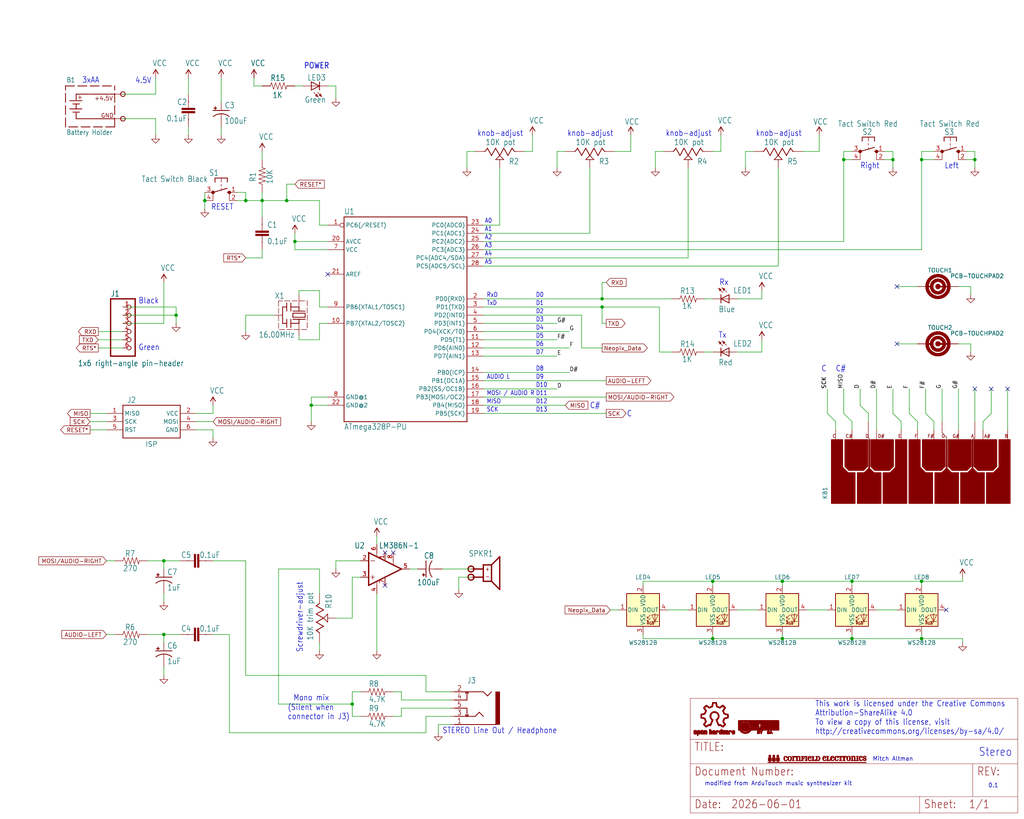
<source format=kicad_sch>
(kicad_sch (version 20231120) (generator "eeschema") (generator_version "8.0")
  (paper "User" 317.5 254.127)
  (title_block (date "2024-07-30") (rev "2") (comment 1 "modified from ArduTouch music synthesizer kit"))
  (lib_symbols
    (symbol "ArduTouch_stereo_v1.2c-eagle-import:ATMEGA328P_PDIP"
      (property "Reference" "U" (at -17.78 28.702 0))
      (symbol "ATMEGA328P_PDIP_1_0"
        (pin bidirectional inverted (at -22.86 25.4 0) (length 5.08) (name "PC6(/RESET)") (number "1"))
        (pin bidirectional line (at -22.86 -5.08 0) (length 5.08) (name "PB7(XTAL2/TOSC2)") (number "10"))
        (pin bidirectional line (at 25.4 -10.16 180) (length 5.08) (name "PD5(T1)") (number "11"))
        (pin bidirectional line (at 25.4 -12.7 180) (length 5.08) (name "PD6(AIN0)") (number "12"))
        (pin bidirectional line (at 25.4 -15.24 180) (length 5.08) (name "PD7(AIN1)") (number "13"))
        (pin bidirectional line (at 25.4 -20.32 180) (length 5.08) (name "PB0(ICP)") (number "14"))
        (pin bidirectional line (at 25.4 -22.86 180) (length 5.08) (name "PB1(OC1A)") (number "15"))
        (pin bidirectional line (at 25.4 -25.4 180) (length 5.08) (name "PB2(SS/OC1B)") (number "16"))
        (pin bidirectional line (at 25.4 -27.94 180) (length 5.08) (name "PB3(MOSI/OC2)") (number "17"))
        (pin bidirectional line (at 25.4 -30.48 180) (length 5.08) (name "PB4(MISO)") (number "18"))
        (pin bidirectional line (at 25.4 -33.02 180) (length 5.08) (name "PB5(SCK)") (number "19"))
        (pin bidirectional line (at 25.4 2.54 180) (length 5.08) (name "PD0(RXD)") (number "2"))
        (pin power_in line (at -22.86 20.32 0) (length 5.08) (name "AVCC") (number "20"))
        (pin bidirectional line (at -22.86 10.16 0) (length 5.08) (name "AREF") (number "21"))
        (pin power_in line (at -22.86 -30.48 0) (length 5.08) (name "GND@2") (number "22"))
        (pin bidirectional line (at 25.4 25.4 180) (length 5.08) (name "PC0(ADC0)") (number "23"))
        (pin bidirectional line (at 25.4 22.86 180) (length 5.08) (name "PC1(ADC1)") (number "24"))
        (pin bidirectional line (at 25.4 20.32 180) (length 5.08) (name "PC2(ADC2)") (number "25"))
        (pin bidirectional line (at 25.4 17.78 180) (length 5.08) (name "PC3(ADC3)") (number "26"))
        (pin bidirectional line (at 25.4 15.24 180) (length 5.08) (name "PC4(ADC4/SDA)") (number "27"))
        (pin bidirectional line (at 25.4 12.7 180) (length 5.08) (name "PC5(ADC5/SCL)") (number "28"))
        (pin bidirectional line (at 25.4 0 180) (length 5.08) (name "PD1(TXD)") (number "3"))
        (pin bidirectional line (at 25.4 -2.54 180) (length 5.08) (name "PD2(INT0)") (number "4"))
        (pin bidirectional line (at 25.4 -5.08 180) (length 5.08) (name "PD3(INT1)") (number "5"))
        (pin bidirectional line (at 25.4 -7.62 180) (length 5.08) (name "PD4(XCK/T0)") (number "6"))
        (pin power_in line (at -22.86 17.78 0) (length 5.08) (name "VCC") (number "7"))
        (pin power_in line (at -22.86 -27.94 0) (length 5.08) (name "GND@1") (number "8"))
        (pin bidirectional line (at -22.86 0 0) (length 5.08) (name "PB6(XTAL1/TOSC1)") (number "9"))
      )
    )
    (symbol "ArduTouch_stereo_v1.2c-eagle-import:AVRISP-6"
      (property "Reference" "ISP" (at -2.54 -7.62 0))
      (symbol "AVRISP-6_1_0"
        (pin input line (at -12.7 2.54 0) (length 5.08) (name "MISO") (number "1"))
        (pin power_in line (at 15.24 2.54 180) (length 5.08) (name "VCC") (number "2"))
        (pin output line (at -12.7 0 0) (length 5.08) (name "SCK") (number "3"))
        (pin output line (at 15.24 0 180) (length 5.08) (name "MOSI") (number "4"))
        (pin output line (at -12.7 -2.54 0) (length 5.08) (name "RST") (number "5"))
        (pin power_in line (at 15.24 -2.54 180) (length 5.08) (name "GND") (number "6"))
      )
    )
    (symbol "ArduTouch_stereo_v1.2c-eagle-import:Battery Holder"
      (property "Reference" "B" (at -7.366 6.096 0))
      (symbol "Battery Holder_1_0"
        (text "+" (at -4.064 0.762 0) (effects (font (size 1.524 1.2954)) (justify left bottom)))
        (text "+4.5V" (at 1.27 0.508 0) (effects (font (size 1.27 1.27)) (justify left bottom)))
        (text "GND" (at 3.302 -4.826 0) (effects (font (size 1.27 1.27)) (justify left bottom)))
        (pin power_out line (at 10.16 2.54 180) (length 2.54) (name "+") (number "+"))
        (pin power_out line (at 10.16 -5.08 180) (length 2.54) (name "-") (number "-"))
      )
    )
    (symbol "ArduTouch_stereo_v1.2c-eagle-import:CAPPTH"
      (property "Reference" "C" (at 1.524 1.651 0))
      (symbol "CAPPTH_1_0"
        (pin passive line (at 0 5.08 270) (length 2.54) (name "1") (number "1"))
        (pin passive line (at 0 -5.08 90) (length 2.54) (name "2") (number "2"))
      )
    )
    (symbol "ArduTouch_stereo_v1.2c-eagle-import:CC-BY-SA-LOGO2")
    (symbol "ArduTouch_stereo_v1.2c-eagle-import:CERMOSCILL-THM"
      (symbol "CERMOSCILL-THM_1_0"
        (pin passive line (at -6.35 5.08 0) (length 3.81) (name "IN") (number "P$1"))
        (pin passive line (at 0 -2.54 90) (length 2.54) (name "GND") (number "P$2"))
        (pin passive line (at 6.35 5.08 180) (length 3.81) (name "OUT") (number "P$3"))
      )
    )
    (symbol "ArduTouch_stereo_v1.2c-eagle-import:CORNFIELD-LOGO")
    (symbol "ArduTouch_stereo_v1.2c-eagle-import:CPOL-RADIAL-10UF-25V"
      (property "Reference" "C" (at 1.016 0.635 0))
      (symbol "CPOL-RADIAL-10UF-25V_1_0"
        (pin passive line (at 0 2.54 270) (length 2.54) (name "+") (number "+"))
        (pin passive line (at 0 -5.08 90) (length 2.54) (name "-") (number "-"))
      )
    )
    (symbol "ArduTouch_stereo_v1.2c-eagle-import:FRAME_A_L"
      (symbol "FRAME_A_L_1_0"
        (text "1" (at 23.2833 213.995 0) (effects (font (size 2.54 2.286))))
        (text "2" (at 69.85 213.995 0) (effects (font (size 2.54 2.286))))
        (text "3" (at 116.4167 213.995 0) (effects (font (size 2.54 2.286))))
        (text "4" (at 162.9833 213.995 0) (effects (font (size 2.54 2.286))))
        (text "5" (at 209.55 213.995 0) (effects (font (size 2.54 2.286))))
        (text "6" (at 256.1167 213.995 0) (effects (font (size 2.54 2.286))))
        (text "A" (at 1.905 194.31 0) (effects (font (size 2.54 2.286))))
        (text "A" (at 277.495 194.31 0) (effects (font (size 2.54 2.286))))
        (text "B" (at 1.905 151.13 0) (effects (font (size 2.54 2.286))))
        (text "B" (at 277.495 151.13 0) (effects (font (size 2.54 2.286))))
        (text "C" (at 1.905 107.95 0) (effects (font (size 2.54 2.286))))
        (text "C" (at 277.495 107.95 0) (effects (font (size 2.54 2.286))))
        (text "D" (at 1.905 64.77 0) (effects (font (size 2.54 2.286))))
        (text "D" (at 277.495 64.77 0) (effects (font (size 2.54 2.286))))
        (text "E" (at 1.905 21.59 0) (effects (font (size 2.54 2.286))))
        (text "E" (at 277.495 21.59 0) (effects (font (size 2.54 2.286))))
      )
      (symbol "FRAME_A_L_2_0"
        (text "${#}/${##}" (at 86.36 1.27 0) (effects (font (size 2.54 2.159)) (justify left bottom)))
        (text "${CURRENT_DATE}" (at 12.7 1.27 0) (effects (font (size 2.54 2.159)) (justify left bottom)))
        (text "${PROJECTNAME}" (at 17.78 19.05 0) (effects (font (size 2.54 2.159)) (justify left bottom)))
        (text "Date:" (at 1.27 1.27 0) (effects (font (size 2.54 2.159)) (justify left bottom)))
        (text "Document Number:" (at 1.27 11.43 0) (effects (font (size 2.54 2.159)) (justify left bottom)))
        (text "REV:" (at 88.9 11.43 0) (effects (font (size 2.54 2.159)) (justify left bottom)))
        (text "Sheet:" (at 72.39 1.27 0) (effects (font (size 2.54 2.159)) (justify left bottom)))
        (text "TITLE:" (at 1.27 19.05 0) (effects (font (size 2.54 2.159)) (justify left bottom)))
      )
    )
    (symbol "ArduTouch_stereo_v1.2c-eagle-import:LED5MM"
      (property "Reference" "LED" (at 3.556 -4.572 90))
      (symbol "LED5MM_1_0"
        (pin passive line (at 0 2.54 270) (length 2.54) (name "A") (number "A"))
        (pin passive line (at 0 -5.08 90) (length 2.54) (name "C") (number "K"))
      )
    )
    (symbol "ArduTouch_stereo_v1.2c-eagle-import:LM386"
      (property "Reference" "U" (at 5.08 -5.715 0))
      (symbol "LM386_1_0"
        (pin bidirectional line (at 2.54 5.08 270) (length 2.54) (name "GAIN@1") (number "1"))
        (pin input line (at -5.08 2.54 0) (length 2.54) (name "-IN") (number "2"))
        (pin input line (at -5.08 -2.54 0) (length 2.54) (name "+IN") (number "3"))
        (pin power_in line (at 0 -7.62 90) (length 2.54) (name "V-") (number "4"))
        (pin output line (at 10.16 0 180) (length 2.54) (name "OUT") (number "5"))
        (pin power_in line (at 0 7.62 270) (length 2.54) (name "V+") (number "6"))
        (pin bidirectional line (at 2.54 -5.08 90) (length 2.54) (name "BP") (number "7"))
        (pin bidirectional line (at 5.08 5.08 270) (length 2.54) (name "GAIN@8") (number "8"))
      )
    )
    (symbol "ArduTouch_stereo_v1.2c-eagle-import:OSH-LOGO")
    (symbol "ArduTouch_stereo_v1.2c-eagle-import:PCB-KEYBOARD4"
      (property "Reference" "KB" (at -33.02 -8.89 90))
      (symbol "PCB-KEYBOARD4_1_0"
        (text "A" (at 11.43 10.16 0) (effects (font (size 1.016 1.016)) (justify left bottom)))
        (text "A#" (at 15.494 10.16 0) (effects (font (size 1.016 1.016)) (justify left bottom)))
        (text "B" (at 21.844 10.16 0) (effects (font (size 1.016 1.016)) (justify left bottom)))
        (text "C" (at -31.496 10.16 0) (effects (font (size 1.016 1.016)) (justify left bottom)))
        (text "C#" (at -27.432 10.16 0) (effects (font (size 1.016 1.016)) (justify left bottom)))
        (text "D" (at -21.336 10.16 0) (effects (font (size 1.016 1.016)) (justify left bottom)))
        (text "D#" (at -17.4752 10.16 0) (effects (font (size 1.016 1.016)) (justify left bottom)))
        (text "E" (at -11.176 10.16 0) (effects (font (size 1.016 1.016)) (justify left bottom)))
        (text "F" (at -6.096 10.16 0) (effects (font (size 1.016 1.016)) (justify left bottom)))
        (text "F#" (at -2.032 10.16 0) (effects (font (size 1.016 1.016)) (justify left bottom)))
        (text "G" (at 2.286 10.16 0) (effects (font (size 1.016 1.016)) (justify left bottom)))
        (text "G#" (at 5.715 10.16 0) (effects (font (size 1.016 1.016)) (justify left bottom)))
        (pin passive line (at 12.7 15.24 270) (length 5.08) (name "A") (number "A"))
        (pin passive line (at 15.24 12.7 270) (length 5.08) (name "A#") (number "A#"))
        (pin passive line (at 22.86 12.7 270) (length 5.08) (name "B") (number "B"))
        (pin passive line (at -30.48 12.7 270) (length 5.08) (name "C") (number "C"))
        (pin passive line (at -25.4 12.7 270) (length 5.08) (name "C#") (number "C#"))
        (pin passive line (at -20.32 15.24 270) (length 5.08) (name "D") (number "D"))
        (pin passive line (at -17.78 12.7 270) (length 5.08) (name "D#") (number "D#"))
        (pin passive line (at -10.16 12.7 270) (length 5.08) (name "E") (number "E"))
        (pin passive line (at -5.08 12.7 270) (length 5.08) (name "F") (number "F"))
        (pin passive line (at 0 12.7 270) (length 5.08) (name "F#") (number "F#"))
        (pin passive line (at 2.54 15.24 270) (length 2.54) (name "G") (number "G"))
        (pin passive line (at 7.62 12.7 270) (length 5.08) (name "G#") (number "G#"))
      )
    )
    (symbol "ArduTouch_stereo_v1.2c-eagle-import:PCB-TOUCHPAD2"
      (property "Reference" "TOUCH" (at -9.144 2.54 0))
      (symbol "PCB-TOUCHPAD2_1_0"
        (pin passive line (at -6.35 0 0) (length 2.54) (name "1") (number "1"))
        (pin power_in line (at 6.35 0 180) (length 2.54) (name "2") (number "2"))
      )
    )
    (symbol "ArduTouch_stereo_v1.2c-eagle-import:PINHD-1X6LOCK"
      (property "Reference" "JP" (at -6.35 10.795 0))
      (symbol "PINHD-1X6LOCK_1_0"
        (pin passive inverted (at -2.54 7.62 0) (length 2.54) (name "1") (number "1"))
        (pin passive inverted (at -2.54 5.08 0) (length 2.54) (name "2") (number "2"))
        (pin passive inverted (at -2.54 2.54 0) (length 2.54) (name "3") (number "3"))
        (pin passive inverted (at -2.54 0 0) (length 2.54) (name "4") (number "4"))
        (pin passive inverted (at -2.54 -2.54 0) (length 2.54) (name "5") (number "5"))
        (pin passive inverted (at -2.54 -5.08 0) (length 2.54) (name "6") (number "6"))
      )
    )
    (symbol "ArduTouch_stereo_v1.2c-eagle-import:RESISTORPTH-1/4W"
      (property "Reference" "R" (at -3.81 1.4986 0))
      (symbol "RESISTORPTH-1/4W_1_0"
        (pin passive line (at -5.08 0 0) (length 2.54) (name "1") (number "P$1"))
        (pin passive line (at 5.08 0 180) (length 2.54) (name "2") (number "P$2"))
      )
    )
    (symbol "ArduTouch_stereo_v1.2c-eagle-import:STEREO-AUDIO-3.5MM-SWITCHED"
      (property "Reference" "J" (at -5.08 7.62 0))
      (symbol "STEREO-AUDIO-3.5MM-SWITCHED_1_0"
        (text "1" (at -8.128 -4.826 0) (effects (font (size 1.524 1.2954)) (justify left bottom)))
        (text "2" (at -8.128 5.334 0) (effects (font (size 1.524 1.2954)) (justify left bottom)))
        (text "3" (at -8.128 -2.286 0) (effects (font (size 1.524 1.2954)) (justify left bottom)))
        (text "4" (at -8.128 2.794 0) (effects (font (size 1.524 1.2954)) (justify left bottom)))
        (text "5" (at -8.128 0.254 0) (effects (font (size 1.524 1.2954)) (justify left bottom)))
        (pin power_in line (at -10.16 -5.08 0) (length 2.54) (name "1") (number "1"))
        (pin passive line (at -10.16 5.08 0) (length 2.54) (name "2") (number "2"))
        (pin passive line (at -10.16 2.54 0) (length 2.54) (name "3") (number "3"))
        (pin passive line (at -10.16 0 0) (length 2.54) (name "4") (number "4"))
        (pin passive line (at -10.16 -2.54 0) (length 2.54) (name "5") (number "5"))
      )
    )
    (symbol "ArduTouch_stereo_v1.2c-eagle-import:Speaker"
      (property "Reference" "SPKR" (at -5.842 5.08 0))
      (symbol "Speaker_1_0"
        (text "+" (at -0.762 0.508 0) (effects (font (size 1.27 1.0795)) (justify left bottom)))
        (text "-" (at -0.762 -1.778 0) (effects (font (size 1.27 1.0795)) (justify left bottom)))
        (pin passive line (at -5.08 1.27 0) (length 2.54) (name "+") (number "+"))
        (pin passive line (at -5.08 -1.27 0) (length 2.54) (name "-") (number "-"))
      )
    )
    (symbol "ArduTouch_stereo_v1.2c-eagle-import:TACTILE_SWITCH_6.3MM"
      (property "Reference" "S" (at -6.35 -2.54 90))
      (symbol "TACTILE_SWITCH_6.3MM_1_0"
        (pin passive line (at 0 5.08 270) (length 2.54) (name "1") (number "1"))
        (pin passive line (at 2.54 5.08 270) (length 2.54) (name "2") (number "2"))
        (pin passive line (at 0 -5.08 90) (length 2.54) (name "3") (number "3"))
        (pin passive line (at 2.54 -5.08 90) (length 2.54) (name "4") (number "4"))
      )
    )
    (symbol "ArduTouch_stereo_v1.2c-eagle-import:TRIMPOT-3319P-1"
      (property "Reference" "R" (at 4.064 2.794 90))
      (symbol "TRIMPOT-3319P-1_1_0"
        (pin passive line (at 0 -7.62 90) (length 2.54) (name "A") (number "A"))
        (pin passive line (at 0 7.62 270) (length 2.54) (name "E") (number "E"))
        (pin passive line (at 5.08 0 180) (length 2.54) (name "S") (number "S"))
      )
    )
    (symbol "ArduTouch_stereo_v1.2c-eagle-import:TRIMPOT-72PTR"
      (property "Reference" "R" (at 4.064 2.794 90))
      (symbol "TRIMPOT-72PTR_1_0"
        (pin passive line (at 0 7.62 270) (length 2.54) (name "E") (number "1"))
        (pin passive line (at 5.08 0 180) (length 2.54) (name "S") (number "2"))
        (pin passive line (at 0 -7.62 90) (length 2.54) (name "A") (number "3"))
      )
    )
    (symbol "ArduTouch_stereo_v1.2c-eagle-import:VCC" (power)
      (symbol "VCC_1_0"
        (pin power_in line (at 0 0 90) (length 2.54) (name "VCC") (number "1"))
      )
    )
    (symbol "PCB-TOUCHPAD2_1"
      (property "Reference" "TOUCH" (at -9.144 2.54 0))
      (symbol "PCB-TOUCHPAD2_1_1_0"
        (pin passive line (at -6.35 0 0) (length 2.54) (name "1") (number "1"))
        (pin power_in line (at 6.35 0 180) (length 2.54) (name "2") (number "2"))
      )
    )
    (symbol "SEC-T_ox10sion_Badge:WS2812B_through-hole" (pin_names (offset 0.254))
      (property "Reference" "LED" (at 5.08 5.715 0))
      (property "Value" "WS2812B" (at 1.27 -5.715 0))
      (symbol "WS2812B_through-hole_0_0"
        (text "RGB" (at 2.286 -4.191 0) (effects (font (size 0.762 0.762))))
      )
      (symbol "WS2812B_through-hole_1_1"
        (pin input line (at -7.62 0 0) (length 2.54) (name "DIN") (number "1"))
        (pin power_in line (at 0 7.62 270) (length 2.54) (name "VDD") (number "2"))
        (pin power_in line (at 0 -7.62 90) (length 2.54) (name "VSS") (number "3"))
        (pin output line (at 7.62 0 180) (length 2.54) (name "DOUT") (number "4"))
      )
    )
    (symbol "TACTILE_SWITCH_6.3MM_1"
      (property "Reference" "S" (at -6.35 -2.54 90))
      (symbol "TACTILE_SWITCH_6.3MM_1_1_0"
        (pin passive line (at 0 5.08 270) (length 2.54) (name "1") (number "1"))
        (pin passive line (at 2.54 5.08 270) (length 2.54) (name "2") (number "2"))
        (pin passive line (at 0 -5.08 90) (length 2.54) (name "3") (number "3"))
        (pin passive line (at 2.54 -5.08 90) (length 2.54) (name "4") (number "4"))
      )
    )
    (symbol "TACTILE_SWITCH_6.3MM_2"
      (property "Reference" "S" (at -6.35 -2.54 90))
      (symbol "TACTILE_SWITCH_6.3MM_2_1_0"
        (pin passive line (at 0 5.08 270) (length 2.54) (name "1") (number "1"))
        (pin passive line (at 2.54 5.08 270) (length 2.54) (name "2") (number "2"))
        (pin passive line (at 0 -5.08 90) (length 2.54) (name "3") (number "3"))
        (pin passive line (at 2.54 -5.08 90) (length 2.54) (name "4") (number "4"))
      )
    )
    (symbol "power:GND" (power) (pin_numbers hide) (pin_names (offset 0) hide)
      (property "Value" "GND" (at 0 -3.81 0))
      (symbol "GND_1_1"
        (pin power_in line (at 0 0 270) (length 0) (name "~") (number "1"))
      )
    )
  )
  (junction (at 220.98 180.34))
  (junction (at 285.75 49.53))
  (junction (at 242.57 180.34))
  (junction (at 91.44 74.93))
  (junction (at 96.52 125.73))
  (junction (at 63.5 62.23))
  (junction (at 76.2 62.23))
  (junction (at 186.69 95.25))
  (junction (at 302.26 49.53))
  (junction (at 186.69 92.71))
  (junction (at 50.8 173.99))
  (junction (at 242.57 198.12))
  (junction (at 285.75 198.12))
  (junction (at 109.22 218.44))
  (junction (at 88.9 62.23))
  (junction (at 261.62 49.53))
  (junction (at 276.86 49.53))
  (junction (at 220.98 198.12))
  (junction (at 54.61 97.79))
  (junction (at 264.16 180.34))
  (junction (at 264.16 198.12))
  (junction (at 285.75 180.34))
  (junction (at 81.28 62.23))
  (junction (at 50.8 196.85))
  (no_connect (at 293.37 189.23))
  (no_connect (at 278.13 88.9))
  (no_connect (at 302.26 120.65))
  (no_connect (at 121.92 171.45))
  (no_connect (at 278.13 106.68))
  (no_connect (at 119.38 171.45))
  (no_connect (at 312.42 120.65))
  (no_connect (at 307.34 120.65))
  (no_connect (at 119.38 181.61))
  (no_connect (at 101.6 85.09))
  (wire (pts (xy 312.42 120.65) (xy 312.42 133.35)) (stroke (width 0.1524)))
  (wire (pts (xy 307.34 128.27) (xy 304.8 130.81)) (stroke (width 0.1524)))
  (wire (pts (xy 281.94 128.27) (xy 284.48 130.81)) (stroke (width 0.1524)))
  (wire (pts (xy 302.26 49.53) (xy 302.26 52.07)) (stroke (width 0.1524)))
  (wire (pts (xy 101.6 77.47) (xy 91.44 77.47)) (stroke (width 0.1524)))
  (wire (pts (xy 274.32 49.53) (xy 276.86 49.53)) (stroke (width 0.1524)))
  (wire (pts (xy 99.06 95.25) (xy 99.06 90.17)) (stroke (width 0.1524)))
  (wire (pts (xy 109.22 191.77) (xy 109.22 179.07)) (stroke (width 0.1524)))
  (wire (pts (xy 285.75 49.53) (xy 289.56 49.53)) (stroke (width 0.1524)))
  (wire (pts (xy 165.1 46.99) (xy 165.1 41.91)) (stroke (width 0.1524)))
  (wire (pts (xy 264.16 46.99) (xy 261.62 46.99)) (stroke (width 0.1524)))
  (wire (pts (xy 274.32 46.99) (xy 276.86 46.99)) (stroke (width 0.1524)))
  (wire (pts (xy 38.1 105.41) (xy 30.48 105.41)) (stroke (width 0.1524)))
  (wire (pts (xy 76.2 102.87) (xy 76.2 97.79)))
  (wire (pts (xy 91.44 74.93) (xy 91.44 72.39)) (stroke (width 0.1524)))
  (wire (pts (xy 186.69 100.33) (xy 186.69 95.25)) (stroke (width 0.1524)))
  (wire (pts (xy 71.12 196.85) (xy 66.04 196.85)) (stroke (width 0.1524)))
  (wire (pts (xy 139.7 214.63) (xy 132.08 214.63)) (stroke (width 0.1524)))
  (wire (pts (xy 149.86 92.71) (xy 186.69 92.71)) (stroke (width 0.1524)))
  (wire (pts (xy 278.13 88.9) (xy 284.48 88.9)) (stroke (width 0.1524)))
  (wire (pts (xy 109.22 222.25) (xy 111.76 222.25)) (stroke (width 0.1524)))
  (wire (pts (xy 99.06 184.15) (xy 99.06 176.53)) (stroke (width 0.1524)))
  (wire (pts (xy 154.94 52.07) (xy 154.94 69.85)) (stroke (width 0.1524)))
  (wire (pts (xy 99.06 62.23) (xy 88.9 62.23)) (stroke (width 0.1524)))
  (wire (pts (xy 33.02 130.81) (xy 27.94 130.81)) (stroke (width 0.1524)))
  (wire (pts (xy 276.86 49.53) (xy 276.86 52.07)) (stroke (width 0.1524)))
  (wire (pts (xy 285.75 46.99) (xy 285.75 49.53)) (stroke (width 0.1524)))
  (wire (pts (xy 304.8 130.81) (xy 304.8 133.35)) (stroke (width 0.1524)))
  (wire (pts (xy 121.92 222.25) (xy 124.46 222.25)) (stroke (width 0.1524)))
  (wire (pts (xy 81.28 62.23) (xy 76.2 62.23)) (stroke (width 0.1524)))
  (wire (pts (xy 76.2 209.55) (xy 76.2 173.99)) (stroke (width 0.1524)))
  (wire (pts (xy 81.28 46.99) (xy 81.28 49.53)) (stroke (width 0.1524)))
  (wire (pts (xy 189.23 189.23) (xy 191.77 189.23)))
  (wire (pts (xy 144.78 46.99) (xy 147.32 46.99)) (stroke (width 0.1524)))
  (wire (pts (xy 307.34 120.65) (xy 307.34 128.27)) (stroke (width 0.1524)))
  (wire (pts (xy 149.86 107.95) (xy 176.53 107.95)) (stroke (width 0.1524)))
  (wire (pts (xy 142.24 179.07) (xy 146.05 179.07)) (stroke (width 0.1524)))
  (wire (pts (xy 299.72 46.99) (xy 302.26 46.99)) (stroke (width 0.1524)))
  (wire (pts (xy 60.96 128.27) (xy 66.04 128.27)) (stroke (width 0.1524)))
  (wire (pts (xy 297.18 88.9) (xy 300.99 88.9)) (stroke (width 0.1524)))
  (wire (pts (xy 81.28 26.67) (xy 78.74 26.67)) (stroke (width 0.1524)))
  (wire (pts (xy 220.98 198.12) (xy 242.57 198.12)))
  (wire (pts (xy 101.6 123.19) (xy 96.52 123.19)) (stroke (width 0.1524)))
  (wire (pts (xy 264.16 198.12) (xy 285.75 198.12)))
  (wire (pts (xy 248.92 46.99) (xy 254 46.99)) (stroke (width 0.1524)))
  (wire (pts (xy 182.88 52.07) (xy 182.88 72.39)) (stroke (width 0.1524)))
  (wire (pts (xy 261.62 128.27) (xy 264.16 130.81)) (stroke (width 0.1524)))
  (wire (pts (xy 242.57 180.34) (xy 264.16 180.34)))
  (wire (pts (xy 92.71 90.17) (xy 92.71 91.44)) (stroke (width 0.1524)))
  (wire (pts (xy 300.99 88.9) (xy 300.99 91.44)) (stroke (width 0.1524)))
  (wire (pts (xy 50.8 100.33) (xy 50.8 87.63)) (stroke (width 0.1524)))
  (wire (pts (xy 58.42 24.13) (xy 58.42 29.21)) (stroke (width 0.1524)))
  (wire (pts (xy 236.22 92.71) (xy 236.22 90.17)) (stroke (width 0.1524)))
  (wire (pts (xy 281.94 120.65) (xy 281.94 128.27)) (stroke (width 0.1524)))
  (wire (pts (xy 300.99 106.68) (xy 300.99 109.22)) (stroke (width 0.1524)))
  (wire (pts (xy 91.44 26.67) (xy 93.98 26.67)) (stroke (width 0.1524)))
  (wire (pts (xy 186.69 95.25) (xy 149.86 95.25)) (stroke (width 0.1524)))
  (wire (pts (xy 299.72 49.53) (xy 302.26 49.53)) (stroke (width 0.1524)))
  (wire (pts (xy 276.86 46.99) (xy 276.86 49.53)) (stroke (width 0.1524)))
  (wire (pts (xy 220.98 92.71) (xy 218.44 92.71)) (stroke (width 0.1524)))
  (wire (pts (xy 124.46 222.25) (xy 124.46 219.71)) (stroke (width 0.1524)))
  (wire (pts (xy 109.22 179.07) (xy 111.76 179.07)) (stroke (width 0.1524)))
  (wire (pts (xy 204.47 109.22) (xy 208.28 109.22)) (stroke (width 0.1524)))
  (wire (pts (xy 54.61 95.25) (xy 54.61 97.79)) (stroke (width 0.1524)))
  (wire (pts (xy 38.1 95.25) (xy 54.61 95.25)) (stroke (width 0.1524)))
  (wire (pts (xy 228.6 189.23) (xy 234.95 189.23)))
  (wire (pts (xy 149.86 128.27) (xy 187.96 128.27)) (stroke (width 0.1524)))
  (wire (pts (xy 81.28 59.69) (xy 81.28 62.23)) (stroke (width 0.1524)))
  (wire (pts (xy 292.1 120.65) (xy 292.1 130.81)) (stroke (width 0.1524)))
  (wire (pts (xy 162.56 46.99) (xy 165.1 46.99)) (stroke (width 0.1524)))
  (wire (pts (xy 124.46 214.63) (xy 124.46 217.17)) (stroke (width 0.1524)))
  (wire (pts (xy 81.28 67.31) (xy 81.28 62.23)) (stroke (width 0.1524)))
  (wire (pts (xy 99.06 105.41) (xy 92.71 105.41)) (stroke (width 0.1524)))
  (wire (pts (xy 76.2 173.99) (xy 66.04 173.99)) (stroke (width 0.1524)))
  (wire (pts (xy 190.5 46.99) (xy 195.58 46.99)) (stroke (width 0.1524)))
  (wire (pts (xy 144.78 52.07) (xy 144.78 46.99)) (stroke (width 0.1524)))
  (wire (pts (xy 186.69 87.63) (xy 186.69 92.71)) (stroke (width 0.1524)))
  (wire (pts (xy 33.02 128.27) (xy 27.94 128.27)) (stroke (width 0.1524)))
  (wire (pts (xy 71.12 227.33) (xy 71.12 196.85)) (stroke (width 0.1524)))
  (wire (pts (xy 285.75 77.47) (xy 285.75 49.53)) (stroke (width 0.1524)))
  (wire (pts (xy 186.69 95.25) (xy 204.47 95.25)) (stroke (width 0.1524)))
  (wire (pts (xy 220.98 46.99) (xy 223.52 46.99)) (stroke (width 0.1524)))
  (wire (pts (xy 180.34 97.79) (xy 180.34 107.95)) (stroke (width 0.1524)))
  (wire (pts (xy 271.78 189.23) (xy 278.13 189.23)))
  (wire (pts (xy 104.14 191.77) (xy 109.22 191.77)) (stroke (width 0.1524)))
  (wire (pts (xy 242.57 196.85) (xy 242.57 198.12)))
  (wire (pts (xy 33.02 133.35) (xy 27.94 133.35)) (stroke (width 0.1524)))
  (wire (pts (xy 287.02 120.65) (xy 287.02 128.27)) (stroke (width 0.1524)))
  (wire (pts (xy 88.9 57.15) (xy 91.44 57.15)) (stroke (width 0.1524)))
  (wire (pts (xy 149.86 97.79) (xy 180.34 97.79)) (stroke (width 0.1524)))
  (wire (pts (xy 76.2 59.69) (xy 73.66 59.69)) (stroke (width 0.1524)))
  (wire (pts (xy 38.1 36.83) (xy 48.26 36.83)) (stroke (width 0.1524)))
  (wire (pts (xy 38.1 100.33) (xy 50.8 100.33)) (stroke (width 0.1524)))
  (wire (pts (xy 285.75 198.12) (xy 298.45 198.12)))
  (wire (pts (xy 116.84 168.91) (xy 116.84 166.37)) (stroke (width 0.1524)))
  (wire (pts (xy 297.18 120.65) (xy 297.18 133.35)) (stroke (width 0.1524)))
  (wire (pts (xy 231.14 52.07) (xy 231.14 46.99)) (stroke (width 0.1524)))
  (wire (pts (xy 149.86 125.73) (xy 175.26 125.73)) (stroke (width 0.1524)))
  (wire (pts (xy 101.6 69.85) (xy 99.06 69.85)) (stroke (width 0.1524)))
  (wire (pts (xy 48.26 29.21) (xy 48.26 24.13)) (stroke (width 0.1524)))
  (wire (pts (xy 289.56 46.99) (xy 285.75 46.99)) (stroke (width 0.1524)))
  (wire (pts (xy 58.42 39.37) (xy 58.42 41.91)) (stroke (width 0.1524)))
  (wire (pts (xy 142.24 179.07) (xy 142.24 182.88)))
  (wire (pts (xy 266.7 120.65) (xy 266.7 125.73)) (stroke (width 0.1524)))
  (wire (pts (xy 54.61 97.79) (xy 54.61 100.33)) (stroke (width 0.1524)))
  (wire (pts (xy 38.1 107.95) (xy 30.48 107.95)) (stroke (width 0.1524)))
  (wire (pts (xy 149.86 80.01) (xy 213.36 80.01)) (stroke (width 0.1524)))
  (wire (pts (xy 66.04 135.89) (xy 66.04 133.35)) (stroke (width 0.1524)))
  (wire (pts (xy 223.52 46.99) (xy 223.52 41.91)) (stroke (width 0.1524)))
  (wire (pts (xy 101.6 74.93) (xy 91.44 74.93)) (stroke (width 0.1524)))
  (wire (pts (xy 264.16 180.34) (xy 264.16 181.61)))
  (wire (pts (xy 289.56 130.81) (xy 289.56 133.35)) (stroke (width 0.1524)))
  (wire (pts (xy 228.6 109.22) (xy 236.22 109.22)) (stroke (width 0.1524)))
  (wire (pts (xy 241.3 82.55) (xy 241.3 52.07)) (stroke (width 0.1524)))
  (wire (pts (xy 149.86 118.11) (xy 187.96 118.11)) (stroke (width 0.1524)))
  (wire (pts (xy 271.78 120.65) (xy 271.78 133.35)) (stroke (width 0.1524)))
  (wire (pts (xy 242.57 180.34) (xy 242.57 181.61)))
  (wire (pts (xy 264.16 49.53) (xy 261.62 49.53)) (stroke (width 0.1524)))
  (wire (pts (xy 35.56 173.99) (xy 33.02 173.99)) (stroke (width 0.1524)))
  (wire (pts (xy 285.75 196.85) (xy 285.75 198.12)))
  (wire (pts (xy 86.36 176.53) (xy 86.36 218.44)) (stroke (width 0.1524)))
  (wire (pts (xy 50.8 173.99) (xy 55.88 173.99)) (stroke (width 0.1524)))
  (wire (pts (xy 266.7 125.73) (xy 269.24 128.27)) (stroke (width 0.1524)))
  (wire (pts (xy 276.86 128.27) (xy 279.4 130.81)) (stroke (width 0.1524)))
  (wire (pts (xy 78.74 26.67) (xy 78.74 24.13)) (stroke (width 0.1524)))
  (wire (pts (xy 256.54 128.27) (xy 259.08 130.81)) (stroke (width 0.1524)))
  (wire (pts (xy 63.5 62.23) (xy 63.5 64.77)) (stroke (width 0.1524)))
  (wire (pts (xy 99.06 90.17) (xy 92.71 90.17)) (stroke (width 0.1524)))
  (wire (pts (xy 111.76 214.63) (xy 109.22 214.63)) (stroke (width 0.1524)))
  (wire (pts (xy 250.19 189.23) (xy 256.54 189.23)))
  (wire (pts (xy 149.86 77.47) (xy 285.75 77.47)) (stroke (width 0.1524)))
  (wire (pts (xy 149.86 102.87) (xy 176.53 102.87)) (stroke (width 0.1524)))
  (wire (pts (xy 207.01 189.23) (xy 213.36 189.23)))
  (wire (pts (xy 76.2 62.23) (xy 73.66 62.23)) (stroke (width 0.1524)))
  (wire (pts (xy 96.52 123.19) (xy 96.52 125.73)) (stroke (width 0.1524)))
  (wire (pts (xy 81.28 77.47) (xy 81.28 80.01)) (stroke (width 0.1524)))
  (wire (pts (xy 284.48 130.81) (xy 284.48 133.35)) (stroke (width 0.1524)))
  (wire (pts (xy 124.46 219.71) (xy 139.7 219.71)) (stroke (width 0.1524)))
  (wire (pts (xy 38.1 97.79) (xy 54.61 97.79)) (stroke (width 0.1524)))
  (wire (pts (xy 66.04 133.35) (xy 60.96 133.35)) (stroke (width 0.1524)))
  (wire (pts (xy 285.75 180.34) (xy 298.45 180.34)))
  (wire (pts (xy 50.8 176.53) (xy 50.8 173.99)) (stroke (width 0.1524)))
  (wire (pts (xy 104.14 173.99) (xy 104.14 176.53)) (stroke (width 0.1524)))
  (wire (pts (xy 96.52 125.73) (xy 96.52 130.81)) (stroke (width 0.1524)))
  (wire (pts (xy 175.26 46.99) (xy 172.72 46.99)) (stroke (width 0.1524)))
  (wire (pts (xy 38.1 29.21) (xy 48.26 29.21)) (stroke (width 0.1524)))
  (wire (pts (xy 298.45 179.07) (xy 298.45 180.34)))
  (wire (pts (xy 91.44 77.47) (xy 91.44 74.93)) (stroke (width 0.1524)))
  (wire (pts (xy 137.16 176.53) (xy 146.05 176.53)))
  (wire (pts (xy 101.6 100.33) (xy 99.06 100.33)) (stroke (width 0.1524)))
  (wire (pts (xy 88.9 62.23) (xy 81.28 62.23)) (stroke (width 0.1524)))
  (wire (pts (xy 132.08 209.55) (xy 76.2 209.55)) (stroke (width 0.1524)))
  (wire (pts (xy 81.28 80.01) (xy 76.2 80.01)) (stroke (width 0.1524)))
  (wire (pts (xy 68.58 39.37) (xy 68.58 41.91)) (stroke (width 0.1524)))
  (wire (pts (xy 50.8 199.39) (xy 50.8 196.85)) (stroke (width 0.1524)))
  (wire (pts (xy 297.18 106.68) (xy 300.99 106.68)) (stroke (width 0.1524)))
  (wire (pts (xy 149.86 105.41) (xy 172.72 105.41)) (stroke (width 0.1524)))
  (wire (pts (xy 99.06 199.39) (xy 99.06 201.93)) (stroke (width 0.1524)))
  (wire (pts (xy 220.98 180.34) (xy 242.57 180.34)))
  (wire (pts (xy 132.08 214.63) (xy 132.08 209.55)) (stroke (width 0.1524)))
  (wire (pts (xy 50.8 186.69) (xy 50.8 184.15)) (stroke (width 0.1524)))
  (wire (pts (xy 38.1 102.87) (xy 30.48 102.87)) (stroke (width 0.1524)))
  (wire (pts (xy 111.76 173.99) (xy 104.14 173.99)) (stroke (width 0.1524)))
  (wire (pts (xy 254 41.91) (xy 254 46.99)) (stroke (width 0.1524)))
  (wire (pts (xy 199.39 180.34) (xy 220.98 180.34)))
  (wire (pts (xy 264.16 196.85) (xy 264.16 198.12)))
  (wire (pts (xy 284.48 106.68) (xy 278.13 106.68)) (stroke (width 0.1524)))
  (wire (pts (xy 203.2 46.99) (xy 205.74 46.99)) (stroke (width 0.1524)))
  (wire (pts (xy 302.26 46.99) (xy 302.26 49.53)) (stroke (width 0.1524)))
  (wire (pts (xy 149.86 110.49) (xy 172.72 110.49)) (stroke (width 0.1524)))
  (wire (pts (xy 45.72 173.99) (xy 50.8 173.99)) (stroke (width 0.1524)))
  (wire (pts (xy 116.84 184.15) (xy 116.84 201.93)) (stroke (width 0.1524)))
  (wire (pts (xy 104.14 26.67) (xy 104.14 30.48)) (stroke (width 0.1524)))
  (wire (pts (xy 228.6 92.71) (xy 236.22 92.71)) (stroke (width 0.1524)))
  (wire (pts (xy 172.72 52.07) (xy 172.72 46.99)) (stroke (width 0.1524)))
  (wire (pts (xy 285.75 180.34) (xy 285.75 181.61)))
  (wire (pts (xy 269.24 128.27) (xy 269.24 130.81)) (stroke (width 0.1524)))
  (wire (pts (xy 76.2 62.23) (xy 76.2 59.69)) (stroke (width 0.1524)))
  (wire (pts (xy 149.86 82.55) (xy 241.3 82.55)) (stroke (width 0.1524)))
  (wire (pts (xy 264.16 180.34) (xy 285.75 180.34)))
  (wire (pts (xy 66.04 128.27) (xy 66.04 125.73)) (stroke (width 0.1524)))
  (wire (pts (xy 86.36 218.44) (xy 109.22 218.44)) (stroke (width 0.1524)))
  (wire (pts (xy 50.8 207.01) (xy 50.8 209.55)) (stroke (width 0.1524)))
  (wire (pts (xy 195.58 41.91) (xy 195.58 46.99)) (stroke (width 0.1524)))
  (wire (pts (xy 127 176.53) (xy 129.54 176.53)) (stroke (width 0.1524)))
  (wire (pts (xy 236.22 109.22) (xy 236.22 105.41)) (stroke (width 0.1524)))
  (wire (pts (xy 180.34 107.95) (xy 186.69 107.95)) (stroke (width 0.1524)))
  (wire (pts (xy 132.08 222.25) (xy 132.08 227.33)) (stroke (width 0.1524)))
  (wire (pts (xy 101.6 125.73) (xy 96.52 125.73)) (stroke (width 0.1524)))
  (wire (pts (xy 63.5 59.69) (xy 63.5 62.23)) (stroke (width 0.1524)))
  (wire (pts (xy 48.26 36.83) (xy 48.26 41.91)) (stroke (width 0.1524)))
  (wire (pts (xy 199.39 198.12) (xy 220.98 198.12)))
  (wire (pts (xy 213.36 80.01) (xy 213.36 52.07)) (stroke (width 0.1524)))
  (wire (pts (xy 149.86 100.33) (xy 172.72 100.33)) (stroke (width 0.1524)))
  (wire (pts (xy 186.69 92.71) (xy 208.28 92.71)) (stroke (width 0.1524)))
  (wire (pts (xy 139.7 224.79) (xy 135.89 224.79)) (stroke (width 0.1524)))
  (wire (pts (xy 298.45 198.12) (xy 298.45 199.39)))
  (wire (pts (xy 99.06 100.33) (xy 99.06 105.41)) (stroke (width 0.1524)))
  (wire (pts (xy 186.69 87.63) (xy 187.96 87.63)) (stroke (width 0.1524)))
  (wire (pts (xy 186.69 100.33) (xy 187.96 100.33)) (stroke (width 0.1524)))
  (wire (pts (xy 199.39 196.85) (xy 199.39 198.12)))
  (wire (pts (xy 60.96 130.81) (xy 66.04 130.81)) (stroke (width 0.1524)))
  (wire (pts (xy 92.71 104.14) (xy 92.71 105.41)) (stroke (width 0.1524)))
  (wire (pts (xy 76.2 97.79) (xy 85.09 97.79)))
  (wire (pts (xy 261.62 74.93) (xy 261.62 49.53)) (stroke (width 0.1524)))
  (wire (pts (xy 203.2 52.07) (xy 203.2 46.99)) (stroke (width 0.1524)))
  (wire (pts (xy 261.62 120.65) (xy 261.62 128.27)) (stroke (width 0.1524)))
  (wire (pts (xy 259.08 130.81) (xy 259.08 133.35)) (stroke (width 0.1524)))
  (wire (pts (xy 121.92 214.63) (xy 124.46 214.63)) (stroke (width 0.1524)))
  (wire (pts (xy 199.39 181.61) (xy 199.39 180.34)))
  (wire (pts (xy 149.86 69.85) (xy 154.94 69.85)) (stroke (width 0.1524)))
  (wire (pts (xy 35.56 196.85) (xy 33.02 196.85)) (stroke (width 0.1524)))
  (wire (pts (xy 242.57 198.12) (xy 264.16 198.12)))
  (wire (pts (xy 256.54 120.65) (xy 256.54 128.27)) (stroke (width 0.1524)))
  (wire (pts (xy 101.6 26.67) (xy 104.14 26.67)) (stroke (width 0.1524)))
  (wire (pts (xy 149.86 74.93) (xy 261.62 74.93)) (stroke (width 0.1524)))
  (wire (pts (xy 135.89 224.79) (xy 135.89 227.33)) (stroke (width 0.1524)))
  (wire (pts (xy 220.98 180.34) (xy 220.98 181.61)))
  (wire (pts (xy 204.47 95.25) (xy 204.47 109.22)) (stroke (width 0.1524)))
  (wire (pts (xy 302.26 120.65) (xy 302.26 130.81)) (stroke (width 0.1524)))
  (wire (pts (xy 99.06 69.85) (xy 99.06 62.23)) (stroke (width 0.1524)))
  (wire (pts (xy 261.62 46.99) (xy 261.62 49.53)) (stroke (width 0.1524)))
  (wire (pts (xy 182.88 72.39) (xy 149.86 72.39)) (stroke (width 0.1524)))
  (wire (pts (xy 287.02 128.27) (xy 289.56 130.81)) (stroke (width 0.1524)))
  (wire (pts (xy 276.86 120.65) (xy 276.86 128.27)) (stroke (width 0.1524)))
  (wire (pts (xy 45.72 196.85) (xy 50.8 196.85)) (stroke (width 0.1524)))
  (wire (pts (xy 101.6 95.25) (xy 99.06 95.25)) (stroke (width 0.1524)))
  (wire (pts (xy 109.22 218.44) (xy 109.22 222.25)) (stroke (width 0.1524)))
  (wire (pts (xy 88.9 62.23) (xy 88.9 57.15)) (stroke (width 0.1524)))
  (wire (pts (xy 99.06 176.53) (xy 86.36 176.53)) (stroke (width 0.1524)))
  (wire (pts (xy 68.58 31.75) (xy 68.58 24.13)) (stroke (width 0.1524)))
  (wire (pts (xy 50.8 196.85) (xy 55.88 196.85)) (stroke (width 0.1524)))
  (wire (pts (xy 149.86 120.65) (xy 172.72 120.65)) (stroke (width 0.1524)))
  (wire (pts (xy 279.4 130.81) (xy 279.4 133.35)) (stroke (width 0.1524)))
  (wire (pts (xy 149.86 123.19) (xy 187.96 123.19)) (stroke (width 0.1524)))
  (wire (pts (xy 264.16 130.81) (xy 264.16 133.35)) (stroke (width 0.1524)))
  (wire (pts (xy 220.98 109.22) (xy 218.44 109.22)) (stroke (width 0.1524)))
  (wire (pts (xy 149.86 115.57) (xy 176.53 115.57)) (stroke (width 0.1524)))
  (wire (pts (xy 233.68 46.99) (xy 231.14 46.99)) (stroke (width 0.1524)))
  (wire (pts (xy 139.7 222.25) (xy 132.08 222.25)) (stroke (width 0.1524)))
  (wire (pts (xy 124.46 217.17) (xy 139.7 217.17)) (stroke (width 0.1524)))
  (wire (pts (xy 109.22 214.63) (xy 109.22 218.44)) (stroke (width 0.1524)))
  (wire (pts (xy 132.08 227.33) (xy 71.12 227.33)) (stroke (width 0.1524)))
  (wire (pts (xy 220.98 196.85) (xy 220.98 198.12)))
  (text "A3" (at 150.2664 77.089 0) (effects (font (size 1.397 1.1874)) (justify left bottom)))
  (text "D6" (at 166.116 107.696 0) (effects (font (size 1.397 1.1874)) (justify left bottom)))
  (text "RESET" (at 65.405 65.405 0) (effects (font (size 1.778 1.5113)) (justify left bottom)))
  (text "Screwdriver-adjust" (at 93.98 202.565 90) (effects (font (size 1.778 1.5113)) (justify left bottom)))
  (text "knob-adjust" (at 147.955 42.545 0) (effects (font (size 1.778 1.5113)) (justify left bottom)))
  (text "RxD" (at 150.876 92.456 0) (effects (font (size 1.397 1.1874)) (justify left bottom)))
  (text "This work is licensed under the Creative Commons\nAttribution-ShareAlike 4.0\nTo view a copy of this license, visit\nhttp://creativecommons.org/licenses/by-sa/4.0/" (at 252.73 228.092 0) (effects (font (size 1.778 1.5113)) (justify left bottom)))
  (text "knob-adjust" (at 234.315 42.545 0) (effects (font (size 1.778 1.5113)) (justify left bottom)))
  (text "4.5V" (at 41.91 26.162 0) (effects (font (size 1.778 1.5113)) (justify left bottom)))
  (text "A1" (at 150.2664 72.009 0) (effects (font (size 1.397 1.1874)) (justify left bottom)))
  (text "D10" (at 166.116 120.396 0) (effects (font (size 1.397 1.1874)) (justify left bottom)))
  (text "D13" (at 166.116 128.016 0) (effects (font (size 1.397 1.1874)) (justify left bottom)))
  (text "knob-adjust" (at 175.895 42.545 0) (effects (font (size 1.778 1.5113)) (justify left bottom)))
  (text "D5" (at 166.116 105.156 0) (effects (font (size 1.397 1.1874)) (justify left bottom)))
  (text "D11" (at 166.116 122.936 0) (effects (font (size 1.397 1.1874)) (justify left bottom)))
  (text "D4" (at 166.116 102.616 0) (effects (font (size 1.397 1.1874)) (justify left bottom)))
  (text "Mono mix" (at 90.932 217.678 0) (effects (font (size 1.778 1.5113)) (justify left bottom)))
  (text "modified from ArduTouch music synthesizer kit" (at 241.3 243.205 0) (effects (font (size 1.27 1.27))))
  (text "D2" (at 166.116 97.536 0) (effects (font (size 1.397 1.1874)) (justify left bottom)))
  (text "Black" (at 42.926 94.488 0) (effects (font (size 1.778 1.5113)) (justify left bottom)))
  (text "MOSI / AUDIO R" (at 150.876 122.936 0) (effects (font (size 1.397 1.1874)) (justify left bottom)))
  (text "D7" (at 166.116 110.236 0) (effects (font (size 1.397 1.1874)) (justify left bottom)))
  (text "D1" (at 166.116 94.996 0) (effects (font (size 1.397 1.1874)) (justify left bottom)))
  (text "POWER" (at 94.234 21.59 0) (effects (font (size 1.778 1.5113)) (justify left bottom)))
  (text "A4" (at 150.2664 79.629 0) (effects (font (size 1.397 1.1874)) (justify left bottom)))
  (text "3xAA" (at 25.4 26.035 0) (effects (font (size 1.778 1.5113)) (justify left bottom)))
  (text "A0" (at 150.2664 69.469 0) (effects (font (size 1.397 1.1874)) (justify left bottom)))
  (text "D3" (at 166.116 100.076 0) (effects (font (size 1.397 1.1874)) (justify left bottom)))
  (text "MISO" (at 150.876 125.476 0) (effects (font (size 1.397 1.1874)) (justify left bottom)))
  (text "Green" (at 42.926 108.966 0) (effects (font (size 1.778 1.5113)) (justify left bottom)))
  (text "AUDIO L" (at 150.876 117.856 0) (effects (font (size 1.397 1.1874)) (justify left bottom)))
  (text "C#" (at 182.88 127 0) (effects (font (size 1.778 1.5113)) (justify left bottom)))
  (text "A5" (at 150.2664 82.169 0) (effects (font (size 1.397 1.1874)) (justify left bottom)))
  (text "D12" (at 166.116 125.476 0) (effects (font (size 1.397 1.1874)) (justify left bottom)))
  (text "D0" (at 166.116 92.456 0) (effects (font (size 1.397 1.1874)) (justify left bottom)))
  (text "C#" (at 259.08 115.57 0) (effects (font (size 1.778 1.5113)) (justify left bottom)))
  (text "A2" (at 150.2664 74.549 0) (effects (font (size 1.397 1.1874)) (justify left bottom)))
  (text "Right" (at 266.7 52.578 0) (effects (font (size 1.778 1.5113)) (justify left bottom)))
  (text "POWER" (at 94.234 21.59 0) (effects (font (size 1.778 1.5113)) (justify left bottom)))
  (text "0.1" (at 307.975 243.84 0) (effects (font (size 1.27 1.27))))
  (text "C" (at 194.31 129.54 0) (effects (font (size 1.778 1.5113)) (justify left bottom)))
  (text "Stereo" (at 303.403 234.95 0) (effects (font (size 2.54 2.159)) (justify left bottom)))
  (text "STEREO Line Out / Headphone" (at 137.16 227.838 0) (effects (font (size 1.778 1.5113)) (justify left bottom)))
  (text "TxD" (at 150.876 94.996 0) (effects (font (size 1.397 1.1874)) (justify left bottom)))
  (text "D8" (at 166.116 115.316 0) (effects (font (size 1.397 1.1874)) (justify left bottom)))
  (text "Rx" (at 223.012 88.773 0) (effects (font (size 1.778 1.5113)) (justify left bottom)))
  (text "(Silent when\nconnector in J3)" (at 89.154 223.52 0) (effects (font (size 1.778 1.5113)) (justify left bottom)))
  (text "C" (at 254.635 115.57 0) (effects (font (size 1.778 1.5113)) (justify left bottom)))
  (text "Tx" (at 222.758 105.156 0) (effects (font (size 1.778 1.5113)) (justify left bottom)))
  (text "Mitch Altman" (at 276.86 235.585 0) (effects (font (size 1.27 1.27))))
  (text "SCK" (at 150.876 128.016 0) (effects (font (size 1.397 1.1874)) (justify left bottom)))
  (text "Left" (at 292.862 52.578 0) (effects (font (size 1.778 1.5113)) (justify left bottom)))
  (text "knob-adjust" (at 206.375 42.545 0) (effects (font (size 1.778 1.5113)) (justify left bottom)))
  (text "D9" (at 166.116 117.856 0) (effects (font (size 1.397 1.1874)) (justify left bottom)))
  (label "G" (at 292.1 120.65 90) (effects (font (size 1.2446 1.2446))))
  (label "D" (at 172.72 120.65 0) (effects (font (size 1.2446 1.2446))))
  (label "D#" (at 271.78 120.65 90) (effects (font (size 1.2446 1.2446))))
  (label "F#" (at 287.02 120.65 90) (effects (font (size 1.2446 1.2446))))
  (label "G#" (at 172.72 100.33 0) (effects (font (size 1.2446 1.2446))))
  (label "SCK" (at 256.54 120.65 90) (effects (font (size 1.2446 1.2446))))
  (label "E" (at 276.86 120.65 90) (effects (font (size 1.2446 1.2446))))
  (label "D#" (at 176.53 115.57 0) (effects (font (size 1.2446 1.2446))))
  (label "F#" (at 172.72 105.41 0) (effects (font (size 1.2446 1.2446))))
  (label "F" (at 176.53 107.95 0) (effects (font (size 1.2446 1.2446))))
  (label "G#" (at 297.18 120.65 90) (effects (font (size 1.2446 1.2446))))
  (label "E" (at 172.72 110.49 0) (effects (font (size 1.2446 1.2446))))
  (label "D" (at 266.7 120.65 90) (effects (font (size 1.2446 1.2446))))
  (label "F" (at 281.94 120.65 90) (effects (font (size 1.2446 1.2446))))
  (label "SCK" (at 256.54 120.65 90) (effects (font (size 1.2446 1.2446))))
  (label "G" (at 176.53 102.87 0) (effects (font (size 1.2446 1.2446))))
  (label "MISO" (at 261.62 120.65 90) (effects (font (size 1.2446 1.2446))))
  (global_label "RTS*" (shape input) (at 76.2 80.01 180) (property "Intersheetrefs" "${INTERSHEET_REFS}" (effects (hide yes))))
  (global_label "AUDIO-LEFT" (shape output) (at 187.96 118.11 0) (property "Intersheetrefs" "${INTERSHEET_REFS}" (effects (hide yes))))
  (global_label "RESET*" (shape input) (at 91.44 57.15 0) (property "Intersheetrefs" "${INTERSHEET_REFS}" (effects (hide yes))))
  (global_label "TXD" (shape input) (at 30.48 105.41 180) (property "Intersheetrefs" "${INTERSHEET_REFS}" (effects (hide yes))))
  (global_label "RTS*" (shape output) (at 30.48 107.95 180) (property "Intersheetrefs" "${INTERSHEET_REFS}" (effects (hide yes))))
  (global_label "AUDIO-LEFT" (shape input) (at 33.02 196.85 180) (property "Intersheetrefs" "${INTERSHEET_REFS}" (effects (hide yes))))
  (global_label "MOSI{slash}AUDIO-RIGHT" (shape output) (at 187.96 123.19 0) (property "Intersheetrefs" "${INTERSHEET_REFS}" (effects (hide yes))))
  (global_label "Neopix_Data" (shape input) (at 189.23 189.23 180) (property "Intersheetrefs" "${INTERSHEET_REFS}" (effects (hide yes))))
  (global_label "RXD" (shape input) (at 187.96 87.63 0) (property "Intersheetrefs" "${INTERSHEET_REFS}" (effects (hide yes))))
  (global_label "MISO" (shape output) (at 27.94 128.27 180) (property "Intersheetrefs" "${INTERSHEET_REFS}" (effects (hide yes))))
  (global_label "MOSI{slash}AUDIO-RIGHT" (shape input) (at 66.04 130.81 0) (property "Intersheetrefs" "${INTERSHEET_REFS}" (effects (hide yes))))
  (global_label "Neopix_Data" (shape output) (at 186.69 107.95 0) (property "Intersheetrefs" "${INTERSHEET_REFS}" (effects (hide yes))))
  (global_label "TXD" (shape output) (at 187.96 100.33 0) (property "Intersheetrefs" "${INTERSHEET_REFS}" (effects (hide yes))))
  (global_label "SCK" (shape output) (at 187.96 128.27 0) (property "Intersheetrefs" "${INTERSHEET_REFS}" (effects (hide yes))))
  (global_label "RXD" (shape output) (at 30.48 102.87 180) (property "Intersheetrefs" "${INTERSHEET_REFS}" (effects (hide yes))))
  (global_label "MISO" (shape input) (at 175.26 125.73 0) (property "Intersheetrefs" "${INTERSHEET_REFS}" (effects (hide yes))))
  (global_label "MOSI{slash}AUDIO-RIGHT" (shape input) (at 33.02 173.99 180) (property "Intersheetrefs" "${INTERSHEET_REFS}" (effects (hide yes))))
  (global_label "RESET*" (shape output) (at 27.94 133.35 180) (property "Intersheetrefs" "${INTERSHEET_REFS}" (effects (hide yes))))
  (global_label "SCK" (shape input) (at 27.94 130.81 180) (property "Intersheetrefs" "${INTERSHEET_REFS}" (effects (hide yes))))
  (symbol (lib_id "ArduTouch_stereo_v1.2c-eagle-import:OSH-LOGO") (at 221.615 222.25 0) (unit 1)
    (property "Reference" "U$1" (effects (hide yes)))
    (property "Value" "OSH-LOGO" (effects (hide yes)))
    (property "Footprint" "ArduTouch_stereo_v1.2c:OSH-LOGO" (effects (hide yes)))
  )
  (symbol (lib_id "power:GND") (at 68.58 41.91 0) (unit 1)
    (property "Reference" "#GND06" (effects (hide yes)))
    (property "Value" "GND" (effects (hide yes)))
    (property "Description" "Power symbol creates a global label with name \"GND\" , ground" (effects (hide yes)))
  )
  (symbol (lib_id "power:GND") (at 144.78 52.07 0) (unit 1)
    (property "Reference" "#GND019" (effects (hide yes)))
    (property "Value" "GND" (effects (hide yes)))
    (property "Description" "Power symbol creates a global label with name \"GND\" , ground" (effects (hide yes)))
  )
  (symbol (lib_id "ArduTouch_stereo_v1.2c-eagle-import:VCC") (at 81.28 46.99 0) (unit 1)
    (property "Reference" "#SUPPLY013" (effects (hide yes)))
    (property "Value" "VCC" (at 80.264 43.434 0) (effects (font (size 1.778 1.5113)) (justify left bottom)))
  )
  (symbol (lib_id "ArduTouch_stereo_v1.2c-eagle-import:Speaker") (at 151.13 177.8 0) (unit 1)
    (property "Reference" "SPKR1" (at 145.288 172.72 0) (effects (font (size 1.778 1.5113)) (justify left bottom)))
    (property "Value" "SPEAKER-TERMINALS" (effects (hide yes)))
    (property "Footprint" "ArduTouch_stereo_v1.2c:SPEAKER-TERMINALS" (effects (hide yes)))
    (property "Datasheet" "https://www.electrokit.com/upload/product/41020/41020305/41020305.pdf" (effects (hide yes)))
    (property "Description" "8 Ohm, 1/2W speaker, 20mm diameter, with leads, with self-stick" (effects (hide yes)))
    (property "Part #" "DONGGUAN INGHAI ELECTRONICS GSPK2003TN-8R0.5W" (effects (hide yes)))
  )
  (symbol (lib_id "power:GND") (at 302.26 52.07 0) (unit 1)
    (property "Reference" "#GND07" (effects (hide yes)))
    (property "Value" "GND" (effects (hide yes)))
    (property "Description" "Power symbol creates a global label with name \"GND\" , ground" (effects (hide yes)))
  )
  (symbol (lib_id "SEC-T_ox10sion_Badge:WS2812B_through-hole") (at 199.39 189.23 0) (unit 1)
    (property "Reference" "LED4" (at 199.39 179.07 0))
    (property "Value" "WS2812B" (at 199.39 199.39 0))
    (property "Description" "RGB LED with integrated controller" (effects (hide yes)))
  )
  (symbol (lib_id "power:GND") (at 276.86 52.07 0) (unit 1)
    (property "Reference" "#GND08" (effects (hide yes)))
    (property "Value" "GND" (effects (hide yes)))
    (property "Description" "Power symbol creates a global label with name \"GND\" , ground" (effects (hide yes)))
  )
  (symbol (lib_id "ArduTouch_stereo_v1.2c-eagle-import:LED5MM") (at 96.52 26.67 90) (unit 1)
    (property "Reference" "LED3" (at 101.092 23.114 90) (effects (font (size 1.778 1.5113)) (justify left bottom)))
    (property "Value" "Green" (at 101.092 29.972 90) (effects (font (size 1.778 1.5113)) (justify left bottom)))
    (property "Footprint" "Library:LED5MM" (effects (hide yes)))
    (property "Datasheet" "https://www.we-online.com/components/products/datasheet/151051VS04000.pdf" (effects (hide yes)))
    (property "Description" "Green lens, diffused, 5mm" (effects (hide yes)))
    (property "Part #" "Wurth 151051VS04000" (effects (hide yes)))
  )
  (symbol (lib_id "ArduTouch_stereo_v1.2c-eagle-import:FRAME_A_L") (at 213.995 252.222 0) (unit 2)
    (property "Reference" "#FRAME1" (effects (hide yes)))
    (property "Value" "FRAME_A_L" (effects (hide yes)))
  )
  (symbol (lib_id "SEC-T_ox10sion_Badge:WS2812B_through-hole") (at 264.16 189.23 0) (unit 1)
    (property "Reference" "LED7" (at 264.16 179.07 0))
    (property "Value" "WS2812B" (at 264.16 199.39 0))
    (property "Description" "RGB LED with integrated controller" (effects (hide yes)))
  )
  (symbol (lib_id "ArduTouch_stereo_v1.2c-eagle-import:Battery Holder") (at 27.94 31.75 0) (unit 1)
    (property "Reference" "B1" (at 20.574 25.654 0) (effects (font (size 1.524 1.2954)) (justify left bottom)))
    (property "Value" "Battery Holder" (at 20.574 41.91 0) (effects (font (size 1.524 1.2954)) (justify left bottom)))
    (property "Footprint" "Library:BatteryHolder_Eagle_Plastic_Devices_3xAA" (effects (hide yes)))
    (property "Datasheet" "https://www.mouser.de/datasheet/2/209/EPD-200576-1171328.pdf" (effects (hide yes)))
    (property "Description" "Battery holder for 3xAA batteries" (effects (hide yes)))
    (property "Part #" "Eagle Plastic 12BH331P-GR" (effects (hide yes)))
  )
  (symbol (lib_id "ArduTouch_stereo_v1.2c-eagle-import:VCC") (at 91.44 72.39 0) (unit 1)
    (property "Reference" "#SUPPLY01" (effects (hide yes)))
    (property "Value" "VCC" (at 90.424 68.834 0) (effects (font (size 1.778 1.5113)) (justify left bottom)))
  )
  (symbol (lib_id "ArduTouch_stereo_v1.2c-eagle-import:RESISTORPTH-1/4W") (at 40.64 173.99 0) (unit 1)
    (property "Reference" "R7" (at 38.735 172.72 0) (effects (font (size 1.778 1.5113)) (justify left bottom)))
    (property "Value" "270" (at 38.1 177.292 0) (effects (font (size 1.778 1.5113)) (justify left bottom)))
    (property "Footprint" "Library:Resistor_THT_0.25W" (effects (hide yes)))
    (property "Datasheet" "https://www.mouser.de/datasheet/2/447/YAGEO_CFR_datasheet_2023v2-3388672.pdf" (effects (hide yes)))
    (property "Description" "1/4W, 5% resistor, cut tape" (effects (hide yes)))
    (property "Part #" "YAGEO CFR25SJT-26-270R" (effects (hide yes)))
  )
  (symbol (lib_id "power:GND") (at 142.24 182.88 0) (unit 1)
    (property "Reference" "#GND016" (effects (hide yes)))
    (property "Value" "GND" (effects (hide yes)))
    (property "Description" "Power symbol creates a global label with name \"GND\" , ground" (effects (hide yes)))
  )
  (symbol (lib_id "ArduTouch_stereo_v1.2c-eagle-import:CPOL-RADIAL-10UF-25V") (at 50.8 179.07 0) (unit 1)
    (property "Reference" "C7" (at 51.816 178.435 0) (effects (font (size 1.778 1.5113)) (justify left bottom)))
    (property "Value" "1uF" (at 51.816 183.261 0) (effects (font (size 1.778 1.5113)) (justify left bottom)))
    (property "Footprint" "Library:Cap_Rubycon_Electrolytic_1uF" (effects (hide yes)))
    (property "Datasheet" "https://www.mouser.de/datasheet/2/977/e_PK-1601094.pdf" (effects (hide yes)))
    (property "Description" "Electrolytic, 16V or more" (effects (hide yes)))
    (property "Part #" "Rubycon 450PK1MEFC6.3X11" (effects (hide yes)))
  )
  (symbol (lib_id "ArduTouch_stereo_v1.2c-eagle-import:VCC") (at 78.74 24.13 0) (unit 1)
    (property "Reference" "#SUPPLY03" (effects (hide yes)))
    (property "Value" "VCC" (at 77.724 20.574 0) (effects (font (size 1.778 1.5113)) (justify left bottom)))
  )
  (symbol (lib_id "ArduTouch_stereo_v1.2c-eagle-import:STEREO-AUDIO-3.5MM-SWITCHED") (at 149.86 219.71 0) (unit 1)
    (property "Reference" "J3" (at 144.78 212.09 0) (effects (font (size 1.778 1.5113)) (justify left bottom)))
    (property "Value" "STEREO-AUDIO-3.5MM-SWITCHED" (effects (hide yes)))
    (property "Footprint" "ArduTouch_stereo_v1.2c:STEREO-AUDIO-3.5MM-SWITCHED" (effects (hide yes)))
    (property "Datasheet" "https://www.mouser.de/datasheet/2/670/sj1_352xng-1779219.pdf" (effects (hide yes)))
    (property "Description" "3.5mm mono audio jack, with switch\n1 - ground\n2 - tip\n3 - ring\n4 - tip switch\n5 - ring switch" (effects (hide yes)))
    (property "Part #" "CIU Devices SJ1-3525NG-GR" (effects (hide yes)))
  )
  (symbol (lib_id "SEC-T_ox10sion_Badge:WS2812B_through-hole") (at 285.75 189.23 0) (unit 1)
    (property "Reference" "LED8" (at 285.75 179.07 0))
    (property "Value" "WS2812B" (at 285.75 199.39 0))
    (property "Description" "RGB LED with integrated controller" (effects (hide yes)))
  )
  (symbol (lib_id "ArduTouch_stereo_v1.2c-eagle-import:PCB-KEYBOARD4") (at 289.56 146.05 0) (unit 1)
    (property "Reference" "KB1" (at 256.54 154.94 90) (effects (justify left bottom)))
    (property "Value" "PCB-KEYBOARD4" (effects (hide yes)))
    (property "Footprint" "ArduTouch_stereo_v1.2c:PCB-KEYBOARD4" (effects (hide yes)))
    (property "Description" "1-octave PCB touch keyboard (without top C)" (effects (hide yes)))
  )
  (symbol (lib_id "ArduTouch_stereo_v1.2c-eagle-import:RESISTORPTH-1/4W") (at 213.36 109.22 0) (unit 1)
    (property "Reference" "R14" (at 210.82 107.7214 0) (effects (font (size 1.778 1.5113)) (justify left bottom)))
    (property "Value" "1K" (at 211.455 112.395 0) (effects (font (size 1.778 1.5113)) (justify left bottom)))
    (property "Footprint" "Library:Resistor_THT_0.25W" (effects (hide yes)))
    (property "Datasheet" "https://www.mouser.de/datasheet/2/447/YAGEO_CFR_datasheet_2023v2-3388672.pdf" (effects (hide yes)))
    (property "Description" "1/4W, 5% resistor, cut tape" (effects (hide yes)))
    (property "Part #" "YAGEO CFR-25JR-52-1K" (effects (hide yes)))
  )
  (symbol (lib_id "ArduTouch_stereo_v1.2c-eagle-import:VCC") (at 50.8 87.63 0) (unit 1)
    (property "Reference" "#SUPPLY015" (effects (hide yes)))
    (property "Value" "VCC" (at 49.784 84.074 0) (effects (font (size 1.778 1.5113)) (justify left bottom)))
  )
  (symbol (lib_id "ArduTouch_stereo_v1.2c-eagle-import:TACTILE_SWITCH_6.3MM") (at 68.58 59.69 270) (unit 1)
    (property "Reference" "S1" (at 64.77 54.61 90) (effects (font (size 1.778 1.5113)) (justify left bottom)))
    (property "Value" "Tact Switch Black" (at 43.815 56.515 90) (effects (font (size 1.778 1.5113)) (justify left bottom)))
    (property "Footprint" "ArduTouch_stereo_v1.2c:TACTILE_SWITCH_6.3MM" (effects (hide yes)))
    (property "Datasheet" "https://www.mouser.de/datasheet/2/670/ts02-2586188.pdf" (effects (hide yes)))
    (property "Description" "Tactile Switch\n6.3mm x 6.3mm" (effects (hide yes)))
    (property "Part #" "CUI Devices TS02-66-60-BK-260-LCR-D" (effects (hide yes)))
  )
  (symbol (lib_name "TACTILE_SWITCH_6.3MM_1") (lib_id "ArduTouch_stereo_v1.2c-eagle-import:TACTILE_SWITCH_6.3MM") (at 269.24 46.99 270) (unit 1)
    (property "Reference" "S2" (at 267.335 41.91 90) (effects (font (size 1.778 1.5113)) (justify left bottom)))
    (property "Value" "Tact Switch Red" (at 259.715 39.37 90) (effects (font (size 1.778 1.5113)) (justify left bottom)))
    (property "Footprint" "ArduTouch_stereo_v1.2c:TACTILE_SWITCH_6.3MM" (effects (hide yes)))
    (property "Datasheet" "https://www.mouser.de/datasheet/2/910/466_DTSG-6-1571565.pdf" (effects (hide yes)))
    (property "Description" "Tactile Switch\n6.3mm x 6.3mm" (effects (hide yes)))
    (property "Part #" "Diptronics DTS-65R-V" (effects (hide yes)))
  )
  (symbol (lib_id "ArduTouch_stereo_v1.2c-eagle-import:VCC") (at 68.58 24.13 0) (unit 1)
    (property "Reference" "#SUPPLY06" (effects (hide yes)))
    (property "Value" "VCC" (at 67.564 20.574 0) (effects (font (size 1.778 1.5113)) (justify left bottom)))
  )
  (symbol (lib_name "PCB-TOUCHPAD2_1") (lib_id "ArduTouch_stereo_v1.2c-eagle-import:PCB-TOUCHPAD2") (at 290.83 88.9 0) (unit 1)
    (property "Reference" "TOUCH1" (at 287.655 84.582 0) (effects (justify left bottom)))
    (property "Value" "PCB-TOUCHPAD2" (at 294.64 86.36 0) (effects (justify left bottom)))
    (property "Footprint" "ArduTouch_stereo_v1.2c:PCB-TOUCHPAD2" (effects (hide yes)))
    (property "Description" "PCB resistive Touch-pad for touch-switch" (effects (hide yes)))
  )
  (symbol (lib_id "ArduTouch_stereo_v1.2c-eagle-import:CPOL-RADIAL-10UF-25V") (at 132.08 176.53 90) (unit 1)
    (property "Reference" "C8" (at 134.62 171.45 90) (effects (font (size 1.778 1.5113)) (justify left bottom)))
    (property "Value" "100uF" (at 136.525 179.705 90) (effects (font (size 1.778 1.5113)) (justify left bottom)))
    (property "Footprint" "Library:Cap_Wurth_Electrolytic_100uF" (effects (hide yes)))
    (property "Datasheet" "https://www.we-online.com/components/products/datasheet/860010473007.pdf" (effects (hide yes)))
    (property "Description" "Electrolytic, 16V or more" (effects (hide yes)))
    (property "Part #" "Wurth 860010473007" (effects (hide yes)))
  )
  (symbol (lib_id "ArduTouch_stereo_v1.2c-eagle-import:VCC") (at 58.42 24.13 0) (unit 1)
    (property "Reference" "#SUPPLY07" (effects (hide yes)))
    (property "Value" "VCC" (at 57.404 20.574 0) (effects (font (size 1.778 1.5113)) (justify left bottom)))
  )
  (symbol (lib_id "ArduTouch_stereo_v1.2c-eagle-import:VCC") (at 48.26 24.13 0) (unit 1)
    (property "Reference" "#SUPPLY02" (effects (hide yes)))
    (property "Value" "VCC" (at 47.244 20.574 0) (effects (font (size 1.778 1.5113)) (justify left bottom)))
  )
  (symbol (lib_id "ArduTouch_stereo_v1.2c-eagle-import:CC-BY-SA-LOGO2") (at 235.585 225.552 0) (unit 1)
    (property "Reference" "U$2" (effects (hide yes)))
    (property "Value" "CC-BY-SA-LOGO2" (effects (hide yes)))
    (property "Footprint" "ArduTouch_stereo_v1.2c:CC-BY-SA-LOGO2" (effects (hide yes)))
  )
  (symbol (lib_id "ArduTouch_stereo_v1.2c-eagle-import:VCC") (at 195.58 41.91 0) (unit 1)
    (property "Reference" "#SUPPLY011" (effects (hide yes)))
    (property "Value" "VCC" (at 193.675 38.735 0) (effects (font (size 1.778 1.5113)) (justify left bottom)))
  )
  (symbol (lib_id "ArduTouch_stereo_v1.2c-eagle-import:CAPPTH") (at 60.96 196.85 90) (unit 1)
    (property "Reference" "C4" (at 59.309 194.056 90) (effects (font (size 1.778 1.5113)) (justify left bottom)))
    (property "Value" "0.1uF" (at 68.326 194.056 90) (effects (font (size 1.778 1.5113)) (justify left bottom)))
    (property "Footprint" "Library:Cap_Kemet_2.54_MLCC_through-hole" (effects (hide yes)))
    (property "Datasheet" "https://www.mouser.de/datasheet/2/447/KEM_C1050_GOLDMAX_X7R-3316381.pdf" (effects (hide yes)))
    (property "Description" "MLCC cap" (effects (hide yes)))
    (property "Part #" "KEMET C320C104M5R5TA" (effects (hide yes)))
  )
  (symbol (lib_id "power:GND") (at 96.52 130.81 0) (unit 1)
    (property "Reference" "#GND01" (effects (hide yes)))
    (property "Value" "GND" (effects (hide yes)))
    (property "Description" "Power symbol creates a global label with name \"GND\" , ground" (effects (hide yes)))
  )
  (symbol (lib_id "power:GND") (at 231.14 52.07 0) (unit 1)
    (property "Reference" "#GND023" (effects (hide yes)))
    (property "Value" "GND" (effects (hide yes)))
    (property "Description" "Power symbol creates a global label with name \"GND\" , ground" (effects (hide yes)))
  )
  (symbol (lib_id "ArduTouch_stereo_v1.2c-eagle-import:CPOL-RADIAL-10UF-25V") (at 50.8 201.93 0) (unit 1)
    (property "Reference" "C6" (at 51.816 201.295 0) (effects (font (size 1.778 1.5113)) (justify left bottom)))
    (property "Value" "1uF" (at 51.816 206.121 0) (effects (font (size 1.778 1.5113)) (justify left bottom)))
    (property "Footprint" "Library:Cap_Rubycon_Electrolytic_1uF" (effects (hide yes)))
    (property "Datasheet" "https://www.mouser.de/datasheet/2/977/e_PK-1601094.pdf" (effects (hide yes)))
    (property "Description" "Electrolytic, 16V or more" (effects (hide yes)))
    (property "Part #" "Rubycon 450PK1MEFC6.3X11" (effects (hide yes)))
  )
  (symbol (lib_id "ArduTouch_stereo_v1.2c-eagle-import:VCC") (at 66.04 125.73 0) (unit 1)
    (property "Reference" "#SUPPLY012" (effects (hide yes)))
    (property "Value" "VCC" (at 65.024 122.174 0) (effects (font (size 1.778 1.5113)) (justify left bottom)))
  )
  (symbol (lib_id "power:GND") (at 172.72 52.07 0) (unit 1)
    (property "Reference" "#GND020" (effects (hide yes)))
    (property "Value" "GND" (effects (hide yes)))
    (property "Description" "Power symbol creates a global label with name \"GND\" , ground" (effects (hide yes)))
  )
  (symbol (lib_id "ArduTouch_stereo_v1.2c-eagle-import:VCC") (at 236.22 105.41 0) (unit 1)
    (property "Reference" "#SUPPLY017" (effects (hide yes)))
    (property "Value" "VCC" (at 235.204 101.854 0) (effects (font (size 1.778 1.5113)) (justify left bottom)))
  )
  (symbol (lib_id "ArduTouch_stereo_v1.2c-eagle-import:AVRISP-6") (at 45.72 130.81 0) (unit 1)
    (property "Reference" "J2" (at 39.37 125.095 0) (effects (font (size 1.778 1.5113)) (justify left bottom)))
    (property "Value" "ISP" (at 46.99 137.795 0) (effects (font (size 1.5113 1.5113))))
    (property "Footprint" "ArduTouch_stereo_v1.2c:AVRISP" (effects (hide yes)))
  )
  (symbol (lib_id "power:GND") (at 63.5 64.77 0) (unit 1)
    (property "Reference" "#GND011" (effects (hide yes)))
    (property "Value" "GND" (effects (hide yes)))
    (property "Description" "Power symbol creates a global label with name \"GND\" , ground" (effects (hide yes)))
  )
  (symbol (lib_id "ArduTouch_stereo_v1.2c-eagle-import:CORNFIELD-LOGO") (at 253.365 235.585 0) (unit 1)
    (property "Reference" "U$3" (effects (hide yes)))
    (property "Value" "CORNFIELD-LOGO" (effects (hide yes)))
    (property "Footprint" "ArduTouch_stereo_v1.2c:CORNFIELD-LOGO" (effects (hide yes)))
  )
  (symbol (lib_id "power:GND") (at 76.2 102.87 0) (unit 1)
    (property "Reference" "#GND012" (effects (hide yes)))
    (property "Value" "GND" (effects (hide yes)))
    (property "Description" "Power symbol creates a global label with name \"GND\" , ground" (effects (hide yes)))
  )
  (symbol (lib_id "power:GND") (at 298.45 199.39 0) (unit 1)
    (property "Reference" "#GND025" (effects (hide yes)))
    (property "Value" "GND" (effects (hide yes)))
    (property "Description" "Power symbol creates a global label with name \"GND\" , ground" (effects (hide yes)))
  )
  (symbol (lib_id "SEC-T_ox10sion_Badge:WS2812B_through-hole") (at 242.57 189.23 0) (unit 1)
    (property "Reference" "LED6" (at 242.57 179.07 0))
    (property "Value" "WS2812B" (at 242.57 199.39 0))
    (property "Description" "RGB LED with integrated controller" (effects (hide yes)))
  )
  (symbol (lib_id "power:GND") (at 50.8 209.55 0) (unit 1)
    (property "Reference" "#GND013" (effects (hide yes)))
    (property "Value" "GND" (effects (hide yes)))
    (property "Description" "Power symbol creates a global label with name \"GND\" , ground" (effects (hide yes)))
  )
  (symbol (lib_id "power:GND") (at 203.2 52.07 0) (unit 1)
    (property "Reference" "#GND02" (effects (hide yes)))
    (property "Value" "GND" (effects (hide yes)))
    (property "Description" "Power symbol creates a global label with name \"GND\" , ground" (effects (hide yes)))
  )
  (symbol (lib_id "power:GND") (at 135.89 227.33 0) (unit 1)
    (property "Reference" "#GND017" (effects (hide yes)))
    (property "Value" "GND" (effects (hide yes)))
    (property "Description" "Power symbol creates a global label with name \"GND\" , ground" (effects (hide yes)))
  )
  (symbol (lib_id "ArduTouch_stereo_v1.2c-eagle-import:TRIMPOT-72PTR") (at 241.3 46.99 270) (unit 1)
    (property "Reference" "R5" (at 244.094 51.054 90) (effects (font (size 1.778 1.5113)) (justify left bottom)))
    (property "Value" "10K pot" (at 236.855 45.085 90) (effects (font (size 1.778 1.5113)) (justify left bottom)))
    (property "Footprint" "ArduTouch_stereo_v1.2c:TRIMPOT-72PTR" (effects (hide yes)))
    (property "Datasheet" "https://www.mouser.de/datasheet/2/414/P120-3304020.pdf" (effects (hide yes)))
    (property "Description" "PCB through-hole, vertical, single-turn pot, knurled 25mm shaft" (effects (hide yes)))
    (property "Part #" "TT Electronics P120PK-Y25BR10K" (effects (hide yes)))
  )
  (symbol (lib_id "ArduTouch_stereo_v1.2c-eagle-import:RESISTORPTH-1/4W") (at 40.64 196.85 0) (unit 1)
    (property "Reference" "R6" (at 38.735 195.58 0) (effects (font (size 1.778 1.5113)) (justify left bottom)))
    (property "Value" "270" (at 38.1 200.152 0) (effects (font (size 1.778 1.5113)) (justify left bottom)))
    (property "Footprint" "Library:Resistor_THT_0.25W" (effects (hide yes)))
    (property "Datasheet" "https://www.mouser.de/datasheet/2/447/YAGEO_CFR_datasheet_2023v2-3388672.pdf" (effects (hide yes)))
    (property "Description" "1/4W, 5% resistor, cut tape" (effects (hide yes)))
    (property "Part #" "YAGEO CFR25SJT-26-270R" (effects (hide yes)))
  )
  (symbol (lib_id "ArduTouch_stereo_v1.2c-eagle-import:CAPPTH") (at 81.28 72.39 0) (unit 1)
    (property "Reference" "C1" (at 82.804 70.739 0) (effects (font (size 1.778 1.5113)) (justify left bottom)))
    (property "Value" "0.1uF" (at 82.804 75.819 0) (effects (font (size 1.778 1.5113)) (justify left bottom)))
    (property "Footprint" "Library:Cap_Kemet_2.54_MLCC_through-hole" (effects (hide yes)))
    (property "Datasheet" "https://www.mouser.de/datasheet/2/447/KEM_C1050_GOLDMAX_X7R-3316381.pdf" (effects (hide yes)))
    (property "Description" "MLCC cap" (effects (hide yes)))
    (property "Part #" "KEMET C320C104M5R5TA" (effects (hide yes)))
  )
  (symbol (lib_id "ArduTouch_stereo_v1.2c-eagle-import:VCC") (at 223.52 41.91 0) (unit 1)
    (property "Reference" "#SUPPLY04" (effects (hide yes)))
    (property "Value" "VCC" (at 222.504 38.354 0) (effects (font (size 1.778 1.5113)) (justify left bottom)))
  )
  (symbol (lib_id "ArduTouch_stereo_v1.2c-eagle-import:LM386") (at 116.84 176.53 0) (unit 1)
    (property "Reference" "U2" (at 109.855 168.275 0) (effects (font (size 1.778 1.5113)) (justify left top)))
    (property "Value" "LM386N-1" (at 117.475 168.275 0) (effects (font (size 1.778 1.5113)) (justify left top)))
    (property "Footprint" "ArduTouch_stereo_v1.2c:DIP08" (effects (hide yes)))
    (property "Datasheet" "https://www.ti.com/lit/ds/symlink/lm386.pdf" (effects (hide yes)))
    (property "Description" "1/2W audio amp, low Voltage" (effects (hide yes)))
    (property "Part #" "Texas Instruments LM386N-1/NOPB" (effects (hide yes)))
  )
  (symbol (lib_id "ArduTouch_stereo_v1.2c-eagle-import:VCC") (at 236.22 90.17 0) (unit 1)
    (property "Reference" "#SUPPLY016" (effects (hide yes)))
    (property "Value" "VCC" (at 235.204 86.614 0) (effects (font (size 1.778 1.5113)) (justify left bottom)))
  )
  (symbol (lib_id "ArduTouch_stereo_v1.2c-eagle-import:LED5MM") (at 226.06 92.71 270) (unit 1)
    (property "Reference" "LED1" (at 227.33 91.059 90) (effects (font (size 1.778 1.5113)) (justify left bottom)))
    (property "Value" "Blue" (at 222.758 96.901 90) (effects (font (size 1.778 1.5113)) (justify left bottom)))
    (property "Footprint" "Library:LED5MM" (effects (hide yes)))
    (property "Datasheet" "https://www.we-online.com/components/products/datasheet/151051BS04000.pdf" (effects (hide yes)))
    (property "Description" "Blue lens, diffused, 5mm" (effects (hide yes)))
    (property "Part #" "Wurth 151051BS04000" (effects (hide yes)))
  )
  (symbol (lib_id "ArduTouch_stereo_v1.2c-eagle-import:TRIMPOT-72PTR") (at 154.94 46.99 270) (unit 1)
    (property "Reference" "R2" (at 157.734 51.054 90) (effects (font (size 1.778 1.5113)) (justify left bottom)))
    (property "Value" "10K pot" (at 150.495 45.085 90) (effects (font (size 1.778 1.5113)) (justify left bottom)))
    (property "Footprint" "ArduTouch_stereo_v1.2c:TRIMPOT-72PTR" (effects (hide yes)))
    (property "Datasheet" "https://www.mouser.de/datasheet/2/414/P120-3304020.pdf" (effects (hide yes)))
    (property "Description" "PCB through-hole, vertical, single-turn pot, knurled 25mm shaft" (effects (hide yes)))
    (property "Part #" "TT Electronics P120PK-Y25BR10K" (effects (hide yes)))
  )
  (symbol (lib_id "power:GND") (at 104.14 30.48 0) (unit 1)
    (property "Reference" "#GND024" (effects (hide yes)))
    (property "Value" "GND" (effects (hide yes)))
    (property "Description" "Power symbol creates a global label with name \"GND\" , ground" (effects (hide yes)))
  )
  (symbol (lib_id "SEC-T_ox10sion_Badge:WS2812B_through-hole") (at 220.98 189.23 0) (unit 1)
    (property "Reference" "LED5" (at 220.98 179.07 0))
    (property "Value" "WS2812B" (at 220.98 199.39 0))
    (property "Description" "RGB LED with integrated controller" (effects (hide yes)))
  )
  (symbol (lib_id "ArduTouch_stereo_v1.2c-eagle-import:CAPPTH") (at 60.96 173.99 90) (unit 1)
    (property "Reference" "C5" (at 59.309 171.196 90) (effects (font (size 1.778 1.5113)) (justify left bottom)))
    (property "Value" "0.1uF" (at 68.326 171.196 90) (effects (font (size 1.778 1.5113)) (justify left bottom)))
    (property "Footprint" "Library:Cap_Kemet_2.54_MLCC_through-hole" (effects (hide yes)))
    (property "Datasheet" "https://www.mouser.de/datasheet/2/447/KEM_C1050_GOLDMAX_X7R-3316381.pdf" (effects (hide yes)))
    (property "Description" "MLCC cap" (effects (hide yes)))
    (property "Part #" "KEMET C320C104M5R5TA" (effects (hide yes)))
  )
  (symbol (lib_id "ArduTouch_stereo_v1.2c-eagle-import:CAPPTH") (at 58.42 34.29 0) (unit 1)
    (property "Reference" "C2" (at 54.864 32.639 0) (effects (font (size 1.778 1.5113)) (justify left bottom)))
    (property "Value" "0.1uF" (at 51.562 37.719 0) (effects (font (size 1.778 1.5113)) (justify left bottom)))
    (property "Footprint" "Library:Cap_Kemet_2.54_MLCC_through-hole" (effects (hide yes)))
    (property "Datasheet" "https://www.mouser.de/datasheet/2/447/KEM_C1050_GOLDMAX_X7R-3316381.pdf" (effects (hide yes)))
    (property "Description" "MLCC cap" (effects (hide yes)))
    (property "Part #" "KEMET C320C104M5R5TA" (effects (hide yes)))
  )
  (symbol (lib_id "power:GND") (at 300.99 109.22 0) (unit 1)
    (property "Reference" "#GND04" (effects (hide yes)))
    (property "Value" "GND" (effects (hide yes)))
    (property "Description" "Power symbol creates a global label with name \"GND\" , ground" (effects (hide yes)))
  )
  (symbol (lib_id "ArduTouch_stereo_v1.2c-eagle-import:PINHD-1X6LOCK") (at 40.64 102.87 0) (unit 1)
    (property "Reference" "J1" (at 34.29 92.075 0) (effects (font (size 1.778 1.5113)) (justify left bottom)))
    (property "Value" "1x6 right-angle pin-header" (at 24.13 113.665 0) (effects (font (size 1.778 1.5113)) (justify left bottom)))
    (property "Footprint" "ArduTouch_stereo_v1.2c:1X06-BIGLOCK" (effects (hide yes)))
  )
  (symbol (lib_id "power:GND") (at 116.84 201.93 0) (unit 1)
    (property "Reference" "#GND014" (effects (hide yes)))
    (property "Value" "GND" (effects (hide yes)))
    (property "Description" "Power symbol creates a global label with name \"GND\" , ground" (effects (hide yes)))
  )
  (symbol (lib_id "power:GND") (at 48.26 41.91 0) (unit 1)
    (property "Reference" "#GND010" (effects (hide yes)))
    (property "Value" "GND" (effects (hide yes)))
    (property "Description" "Power symbol creates a global label with name \"GND\" , ground" (effects (hide yes)))
  )
  (symbol (lib_id "power:GND") (at 54.61 100.33 0) (unit 1)
    (property "Reference" "#GND021" (effects (hide yes)))
    (property "Value" "GND" (effects (hide yes)))
    (property "Description" "Power symbol creates a global label with name \"GND\" , ground" (effects (hide yes)))
  )
  (symbol (lib_id "ArduTouch_stereo_v1.2c-eagle-import:CPOL-RADIAL-10UF-25V") (at 68.58 34.29 0) (unit 1)
    (property "Reference" "C3" (at 69.596 33.655 0) (effects (font (size 1.778 1.5113)) (justify left bottom)))
    (property "Value" "100uF" (at 69.596 38.481 0) (effects (font (size 1.778 1.5113)) (justify left bottom)))
    (property "Footprint" "Library:Cap_Wurth_Electrolytic_100uF" (effects (hide yes)))
    (property "Datasheet" "https://www.we-online.com/components/products/datasheet/860010473007.pdf" (effects (hide yes)))
    (property "Description" "Electrolytic, 16V or more" (effects (hide yes)))
    (property "Part #" "Wurth 860010473007" (effects (hide yes)))
  )
  (symbol (lib_id "ArduTouch_stereo_v1.2c-eagle-import:CERMOSCILL-THM") (at 87.63 97.79 270) (unit 1)
    (property "Reference" "X1" (at 88.265 90.805 90) (effects (font (size 1.778 1.5113)) (justify right top)))
    (property "Value" "16.00MHz" (at 91.44 102.87 90) (effects (font (size 1.778 1.5113)) (justify right top)))
    (property "Footprint" "ArduTouch_stereo_v1.2c:CERM_OSC" (effects (hide yes)))
    (property "Datasheet" "https://www.mouser.de/datasheet/2/281/p16e-522700.pdf" (effects (hide yes)))
    (property "Description" "Ceramic oscillator with built in capacitors" (effects (hide yes)))
    (property "Part #" "Murata CSTLS16M0X53-B0" (effects (hide yes)))
  )
  (symbol (lib_id "ArduTouch_stereo_v1.2c-eagle-import:VCC") (at 254 41.91 0) (unit 1)
    (property "Reference" "#SUPPLY08" (effects (hide yes)))
    (property "Value" "VCC" (at 252.095 38.735 0) (effects (font (size 1.778 1.5113)) (justify left bottom)))
  )
  (symbol (lib_id "power:GND") (at 66.04 135.89 0) (unit 1)
    (property "Reference" "#GND09" (effects (hide yes)))
    (property "Value" "GND" (effects (hide yes)))
    (property "Description" "Power symbol creates a global label with name \"GND\" , ground" (effects (hide yes)))
  )
  (symbol (lib_id "power:GND") (at 58.42 41.91 0) (unit 1)
    (property "Reference" "#GND018" (effects (hide yes)))
    (property "Value" "GND" (effects (hide yes)))
    (property "Description" "Power symbol creates a global label with name \"GND\" , ground" (effects (hide yes)))
  )
  (symbol (lib_id "ArduTouch_stereo_v1.2c-eagle-import:PCB-TOUCHPAD2") (at 290.83 106.68 0) (unit 1)
    (property "Reference" "TOUCH2" (at 287.655 102.362 0) (effects (justify left bottom)))
    (property "Value" "PCB-TOUCHPAD2" (at 294.64 104.14 0) (effects (justify left bottom)))
    (property "Footprint" "ArduTouch_stereo_v1.2c:PCB-TOUCHPAD2" (effects (hide yes)))
    (property "Description" "PCB resistive Touch-pad for touch-switch" (effects (hide yes)))
  )
  (symbol (lib_id "ArduTouch_stereo_v1.2c-eagle-import:LED5MM") (at 226.06 109.22 270) (unit 1)
    (property "Reference" "LED2" (at 227.33 107.569 90) (effects (font (size 1.778 1.5113)) (justify left bottom)))
    (property "Value" "Red" (at 222.758 113.411 90) (effects (font (size 1.778 1.5113)) (justify left bottom)))
    (property "Footprint" "Library:LED5MM" (effects (hide yes)))
    (property "Datasheet" "https://www.we-online.com/components/products/datasheet/151051SS04000.pdf" (effects (hide yes)))
    (property "Description" "Red lens, diffused, 5mm" (effects (hide yes)))
    (property "Part #" "Wurth 151051SS04000" (effects (hide yes)))
  )
  (symbol (lib_id "power:GND") (at 99.06 201.93 0) (unit 1)
    (property "Reference" "#GND015" (effects (hide yes)))
    (property "Value" "GND" (effects (hide yes)))
    (property "Description" "Power symbol creates a global label with name \"GND\" , ground" (effects (hide yes)))
  )
  (symbol (lib_id "ArduTouch_stereo_v1.2c-eagle-import:RESISTORPTH-1/4W") (at 116.84 214.63 0) (unit 1)
    (property "Reference" "R8" (at 114.3 213.1314 0) (effects (font (size 1.778 1.5113)) (justify left bottom)))
    (property "Value" "4.7K" (at 114.3 217.932 0) (effects (font (size 1.778 1.5113)) (justify left bottom)))
    (property "Footprint" "Library:Resistor_THT_0.25W" (effects (hide yes)))
    (property "Datasheet" "https://www.mouser.de/datasheet/2/447/YAGEO_CFR_datasheet_2023v2-3388672.pdf" (effects (hide yes)))
    (property "Description" "1/4W, 5% resistor, cut tape" (effects (hide yes)))
    (property "Part #" "YAGEO CFR25SJT-52A4K7" (effects (hide yes)))
  )
  (symbol (lib_id "ArduTouch_stereo_v1.2c-eagle-import:RESISTORPTH-1/4W") (at 86.36 26.67 0) (unit 1)
    (property "Reference" "R15" (at 83.82 25.1714 0) (effects (font (size 1.778 1.5113)) (justify left bottom)))
    (property "Value" "1K" (at 84.455 30.48 0) (effects (font (size 1.778 1.5113)) (justify left bottom)))
    (property "Footprint" "Library:Resistor_THT_0.25W" (effects (hide yes)))
    (property "Datasheet" "https://www.mouser.de/datasheet/2/447/YAGEO_CFR_datasheet_2023v2-3388672.pdf" (effects (hide yes)))
    (property "Description" "1/4W, 5% resistor, cut tape" (effects (hide yes)))
    (property "Part #" "YAGEO CFR-25JR-52-1K" (effects (hide yes)))
  )
  (symbol (lib_id "ArduTouch_stereo_v1.2c-eagle-import:RESISTORPTH-1/4W") (at 81.28 54.61 90) (unit 1)
    (property "Reference" "R1" (at 79.375 56.515 0) (effects (font (size 1.778 1.5113)) (justify left bottom)))
    (property "Value" "10K" (at 84.582 57.15 0) (effects (font (size 1.778 1.5113)) (justify left bottom)))
    (property "Footprint" "ArduTouch_stereo_v1.2c:AXIAL-0.4" (effects (hide yes)))
    (property "Datasheet" "https://www.mouser.de/datasheet/2/385/SEI_CF_CFM-3077641.pdf" (effects (hide yes)))
    (property "Description" "1/8W, 5% resistor, cut tape" (effects (hide yes)))
    (property "Part #" "SEI Stackpole CF18JT10K0" (effects (hide yes)))
  )
  (symbol (lib_name "TACTILE_SWITCH_6.3MM_2") (lib_id "ArduTouch_stereo_v1.2c-eagle-import:TACTILE_SWITCH_6.3MM") (at 294.64 46.99 270) (unit 1)
    (property "Reference" "S3" (at 292.735 41.91 90) (effects (font (size 1.778 1.5113)) (justify left bottom)))
    (property "Value" "Tact Switch Red" (at 285.115 39.37 90) (effects (font (size 1.778 1.5113)) (justify left bottom)))
    (property "Footprint" "ArduTouch_stereo_v1.2c:TACTILE_SWITCH_6.3MM" (effects (hide yes)))
    (property "Datasheet" "https://www.mouser.de/datasheet/2/910/466_DTSG-6-1571565.pdf" (effects (hide yes)))
    (property "Description" "Tactile Switch\n6.3mm x 6.3mm" (effects (hide yes)))
    (property "Part #" "Diptronics DTS-65R-V" (effects (hide yes)))
  )
  (symbol (lib_id "ArduTouch_stereo_v1.2c-eagle-import:ATMEGA328P_PDIP") (at 124.46 95.25 0) (unit 1)
    (property "Reference" "U1" (at 106.68 66.548 0) (effects (font (size 1.778 1.5113)) (justify left bottom)))
    (property "Value" "ATmega328P-PU" (at 106.68 133.35 0) (effects (font (size 1.778 1.5113)) (justify left bottom)))
    (property "Footprint" "ArduTouch_stereo_v1.2c:DIL28-3" (effects (hide yes)))
    (property "Description" "uC used in the Arduino\n32kb flash, 1k EEPROM, 2k SRAM\nThis is the through-hole version of this chip." (effects (hide yes)))
  )
  (symbol (lib_id "ArduTouch_stereo_v1.2c-eagle-import:VCC") (at 298.45 179.07 0) (unit 1)
    (property "Reference" "#SUPPLY09" (effects (hide yes)))
    (property "Value" "VCC" (at 297.434 175.514 0) (effects (font (size 1.778 1.5113)) (justify left bottom)))
  )
  (symbol (lib_id "ArduTouch_stereo_v1.2c-eagle-import:TRIMPOT-3319P-1") (at 99.06 191.77 0) (unit 1)
    (property "Reference" "R10" (at 102.87 188.849 90) (effects (font (size 1.778 1.5113)) (justify left bottom)))
    (property "Value" "10K trim pot" (at 97.155 198.755 90) (effects (font (size 1.778 1.5113)) (justify left bottom)))
    (property "Footprint" "ArduTouch_stereo_v1.2c:TRIMPOT-3319P-1" (effects (hide yes)))
    (property "Datasheet" "https://www.mouser.de/datasheet/2/54/3306-776934.pdf" (effects (hide yes)))
    (property "Description" "trim pot, vertical, screwdriver adjust" (effects (hide yes)))
    (property "Part #" "Bourns 3306K-1-103 " (effects (hide yes)))
  )
  (symbol (lib_id "power:GND") (at 300.99 91.44 0) (unit 1)
    (property "Reference" "#GND03" (effects (hide yes)))
    (property "Value" "GND" (effects (hide yes)))
    (property "Description" "Power symbol creates a global label with name \"GND\" , ground" (effects (hide yes)))
  )
  (symbol (lib_id "ArduTouch_stereo_v1.2c-eagle-import:VCC") (at 116.84 166.37 0) (unit 1)
    (property "Reference" "#SUPPLY05" (effects (hide yes)))
    (property "Value" "VCC" (at 115.824 162.814 0) (effects (font (size 1.778 1.5113)) (justify left bottom)))
  )
  (symbol (lib_id "ArduTouch_stereo_v1.2c-eagle-import:TRIMPOT-72PTR") (at 213.36 46.99 270) (unit 1)
    (property "Reference" "R4" (at 216.154 51.054 90) (effects (font (size 1.778 1.5113)) (justify left bottom)))
    (property "Value" "10K pot" (at 208.915 45.085 90) (effects (font (size 1.778 1.5113)) (justify left bottom)))
    (property "Footprint" "ArduTouch_stereo_v1.2c:TRIMPOT-72PTR" (effects (hide yes)))
    (property "Datasheet" "https://www.mouser.de/datasheet/2/414/P120-3304020.pdf" (effects (hide yes)))
    (property "Description" "PCB through-hole, vertical, single-turn pot, knurled 25mm shaft" (effects (hide yes)))
    (property "Part #" "TT Electronics P120PK-Y25BR10K" (effects (hide yes)))
  )
  (symbol (lib_id "power:GND") (at 50.8 186.69 0) (unit 1)
    (property "Reference" "#GND022" (effects (hide yes)))
    (property "Value" "GND" (effects (hide yes)))
    (property "Description" "Power symbol creates a global label with name \"GND\" , ground" (effects (hide yes)))
  )
  (symbol (lib_id "ArduTouch_stereo_v1.2c-eagle-import:VCC") (at 165.1 41.91 0) (unit 1)
    (property "Reference" "#SUPPLY010" (effects (hide yes)))
    (property "Value" "VCC" (at 164.084 38.354 0) (effects (font (size 1.778 1.5113)) (justify left bottom)))
  )
  (symbol (lib_id "power:GND") (at 104.14 176.53 0) (unit 1)
    (property "Reference" "#GND05" (effects (hide yes)))
    (property "Value" "GND" (effects (hide yes)))
    (property "Description" "Power symbol creates a global label with name \"GND\" , ground" (effects (hide yes)))
  )
  (symbol (lib_id "ArduTouch_stereo_v1.2c-eagle-import:TRIMPOT-72PTR") (at 182.88 46.99 270) (unit 1)
    (property "Reference" "R3" (at 185.674 51.054 90) (effects (font (size 1.778 1.5113)) (justify left bottom)))
    (property "Value" "10K pot" (at 178.435 45.085 90) (effects (font (size 1.778 1.5113)) (justify left bottom)))
    (property "Footprint" "ArduTouch_stereo_v1.2c:TRIMPOT-72PTR" (effects (hide yes)))
    (property "Datasheet" "https://www.mouser.de/datasheet/2/414/P120-3304020.pdf" (effects (hide yes)))
    (property "Description" "PCB through-hole, vertical, single-turn pot, knurled 25mm shaft" (effects (hide yes)))
    (property "Part #" "TT Electronics P120PK-Y25BR10K" (effects (hide yes)))
  )
  (symbol (lib_id "ArduTouch_stereo_v1.2c-eagle-import:RESISTORPTH-1/4W") (at 213.36 92.71 0) (unit 1)
    (property "Reference" "R13" (at 210.82 91.2114 0) (effects (font (size 1.778 1.5113)) (justify left bottom)))
    (property "Value" "1K" (at 211.455 95.885 0) (effects (font (size 1.778 1.5113)) (justify left bottom)))
    (property "Footprint" "Library:Resistor_THT_0.25W" (effects (hide yes)))
    (property "Datasheet" "https://www.mouser.de/datasheet/2/447/YAGEO_CFR_datasheet_2023v2-3388672.pdf" (effects (hide yes)))
    (property "Description" "1/4W, 5% resistor, cut tape" (effects (hide yes)))
    (property "Part #" "YAGEO CFR-25JR-52-1K" (effects (hide yes)))
  )
  (symbol (lib_id "ArduTouch_stereo_v1.2c-eagle-import:RESISTORPTH-1/4W") (at 116.84 222.25 0) (unit 1)
    (property "Reference" "R9" (at 114.3 220.7514 0) (effects (font (size 1.778 1.5113)) (justify left bottom)))
    (property "Value" "4.7K" (at 114.3 225.552 0) (effects (font (size 1.778 1.5113)) (justify left bottom)))
    (property "Footprint" "Library:Resistor_THT_0.25W" (effects (hide yes)))
    (property "Datasheet" "https://www.mouser.de/datasheet/2/447/YAGEO_CFR_datasheet_2023v2-3388672.pdf" (effects (hide yes)))
    (property "Description" "1/4W, 5% resistor, cut tape" (effects (hide yes)))
    (property "Part #" "YAGEO CFR25SJT-52A4K7" (effects (hide yes)))
  )
)
</source>
